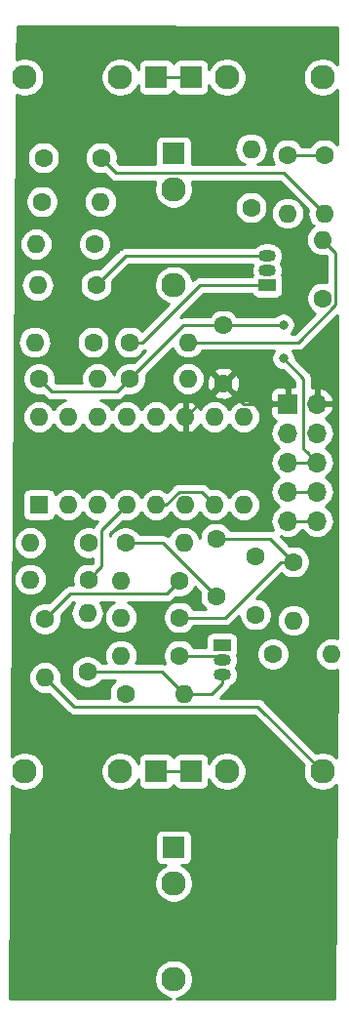
<source format=gbr>
G04 #@! TF.GenerationSoftware,KiCad,Pcbnew,(5.1.0)-1*
G04 #@! TF.CreationDate,2019-04-11T14:16:13-04:00*
G04 #@! TF.ProjectId,moog_vca,6d6f6f67-5f76-4636-912e-6b696361645f,rev?*
G04 #@! TF.SameCoordinates,Original*
G04 #@! TF.FileFunction,Copper,L2,Bot*
G04 #@! TF.FilePolarity,Positive*
%FSLAX46Y46*%
G04 Gerber Fmt 4.6, Leading zero omitted, Abs format (unit mm)*
G04 Created by KiCad (PCBNEW (5.1.0)-1) date 2019-04-11 14:16:13*
%MOMM*%
%LPD*%
G04 APERTURE LIST*
%ADD10O,1.600000X1.600000*%
%ADD11R,1.600000X1.600000*%
%ADD12C,1.600000*%
%ADD13R,1.500000X1.050000*%
%ADD14O,1.500000X1.050000*%
%ADD15O,1.700000X1.700000*%
%ADD16R,1.700000X1.700000*%
%ADD17C,2.130000*%
%ADD18R,1.930000X1.830000*%
%ADD19R,1.830000X1.930000*%
%ADD20C,0.800000*%
%ADD21C,0.250000*%
%ADD22C,0.254000*%
G04 APERTURE END LIST*
D10*
X180086000Y-80264000D03*
X197866000Y-87884000D03*
X182626000Y-80264000D03*
X195326000Y-87884000D03*
X185166000Y-80264000D03*
X192786000Y-87884000D03*
X187706000Y-80264000D03*
X190246000Y-87884000D03*
X190246000Y-80264000D03*
X187706000Y-87884000D03*
X192786000Y-80264000D03*
X185166000Y-87884000D03*
X195326000Y-80264000D03*
X182626000Y-87884000D03*
X197866000Y-80264000D03*
D11*
X180086000Y-87884000D03*
D10*
X192659000Y-104267000D03*
D12*
X187579000Y-104267000D03*
D10*
X201676000Y-62611000D03*
D12*
X201676000Y-57531000D03*
D10*
X205486000Y-100838000D03*
D12*
X200406000Y-100838000D03*
D10*
X202184000Y-97917000D03*
D12*
X202184000Y-92837000D03*
D10*
X192659000Y-91186000D03*
D12*
X187579000Y-91186000D03*
D10*
X184277000Y-97282000D03*
D12*
X184277000Y-102362000D03*
D10*
X179324000Y-94361000D03*
D12*
X184404000Y-94361000D03*
D10*
X187198000Y-100965000D03*
D12*
X192278000Y-100965000D03*
D10*
X179324000Y-91186000D03*
D12*
X184404000Y-91186000D03*
D10*
X187198000Y-94488000D03*
D12*
X192278000Y-94488000D03*
D10*
X180594000Y-102870000D03*
D12*
X180594000Y-97790000D03*
D10*
X187198000Y-97663000D03*
D12*
X192278000Y-97663000D03*
D10*
X185420000Y-61595000D03*
D12*
X180340000Y-61595000D03*
D10*
X204851000Y-62611000D03*
D12*
X204851000Y-57531000D03*
D10*
X193040000Y-76962000D03*
D12*
X187960000Y-76962000D03*
D10*
X179959000Y-68834000D03*
D12*
X185039000Y-68834000D03*
D10*
X179705000Y-73787000D03*
D12*
X184785000Y-73787000D03*
D10*
X185166000Y-76962000D03*
D12*
X180086000Y-76962000D03*
D10*
X179832000Y-65278000D03*
D12*
X184912000Y-65278000D03*
D10*
X193040000Y-73787000D03*
D12*
X187960000Y-73787000D03*
D10*
X198501000Y-57023000D03*
D12*
X198501000Y-62103000D03*
D10*
X204724000Y-64897000D03*
D12*
X204724000Y-69977000D03*
D13*
X195961000Y-100076000D03*
D14*
X195961000Y-102616000D03*
X195961000Y-101346000D03*
D13*
X199898000Y-68834000D03*
D14*
X199898000Y-66294000D03*
X199898000Y-67564000D03*
D15*
X204216000Y-89281000D03*
X201676000Y-89281000D03*
X204216000Y-86741000D03*
X201676000Y-86741000D03*
X204216000Y-84201000D03*
X201676000Y-84201000D03*
X204216000Y-81661000D03*
X201676000Y-81661000D03*
X204216000Y-79121000D03*
D16*
X201676000Y-79121000D03*
D17*
X191770000Y-129002000D03*
D18*
X191770000Y-117602000D03*
D17*
X191770000Y-120702000D03*
X191770000Y-68804000D03*
D18*
X191770000Y-57404000D03*
D17*
X191770000Y-60504000D03*
X178846000Y-50800000D03*
D19*
X190246000Y-50800000D03*
D17*
X187146000Y-50800000D03*
X204694000Y-50800000D03*
D19*
X193294000Y-50800000D03*
D17*
X196394000Y-50800000D03*
X204694000Y-110998000D03*
D19*
X193294000Y-110998000D03*
D17*
X196394000Y-110998000D03*
X178846000Y-110998000D03*
D19*
X190246000Y-110998000D03*
D17*
X187146000Y-110998000D03*
D12*
X195453000Y-95805000D03*
X195453000Y-90805000D03*
X196088000Y-72343000D03*
X196088000Y-77343000D03*
X198882000Y-92409000D03*
X198882000Y-97409000D03*
X185467000Y-57785000D03*
X180467000Y-57785000D03*
D20*
X201295000Y-75184000D03*
X201295000Y-72263000D03*
D21*
X204051001Y-61811001D02*
X204851000Y-62611000D01*
X201353999Y-59113999D02*
X204051001Y-61811001D01*
X186795999Y-59113999D02*
X201353999Y-59113999D01*
X185467000Y-57785000D02*
X186795999Y-59113999D01*
X195580000Y-100965000D02*
X195961000Y-101346000D01*
X192278000Y-100965000D02*
X195580000Y-100965000D01*
X191411000Y-110998000D02*
X193294000Y-110998000D01*
X190246000Y-110998000D02*
X191411000Y-110998000D01*
X190834000Y-91186000D02*
X195453000Y-95805000D01*
X187579000Y-91186000D02*
X190834000Y-91186000D01*
X187160001Y-77761999D02*
X187960000Y-76962000D01*
X186834999Y-78087001D02*
X187160001Y-77761999D01*
X181211001Y-78087001D02*
X186834999Y-78087001D01*
X180086000Y-76962000D02*
X181211001Y-78087001D01*
X191411000Y-50800000D02*
X193294000Y-50800000D01*
X190246000Y-50800000D02*
X191411000Y-50800000D01*
X192579000Y-72343000D02*
X196088000Y-72343000D01*
X187960000Y-76962000D02*
X192579000Y-72343000D01*
X204216000Y-84201000D02*
X201676000Y-84201000D01*
X203366001Y-83351001D02*
X204216000Y-84201000D01*
X203040999Y-83025999D02*
X203366001Y-83351001D01*
X203040999Y-76929999D02*
X203040999Y-83025999D01*
X201295000Y-75184000D02*
X203040999Y-76929999D01*
X201215000Y-72343000D02*
X201295000Y-72263000D01*
X196088000Y-72343000D02*
X201215000Y-72343000D01*
X202878081Y-86741000D02*
X204216000Y-86741000D01*
X201676000Y-86741000D02*
X202878081Y-86741000D01*
X197866000Y-79121000D02*
X196088000Y-77343000D01*
X201676000Y-79121000D02*
X197866000Y-79121000D01*
X195707000Y-77343000D02*
X196088000Y-77343000D01*
X192786000Y-80264000D02*
X195707000Y-77343000D01*
X201052630Y-92837000D02*
X202184000Y-92837000D01*
X196226630Y-97663000D02*
X201052630Y-92837000D01*
X192278000Y-97663000D02*
X196226630Y-97663000D01*
X200152000Y-90805000D02*
X202184000Y-92837000D01*
X195453000Y-90805000D02*
X200152000Y-90805000D01*
X202807370Y-57531000D02*
X204851000Y-57531000D01*
X201676000Y-57531000D02*
X202807370Y-57531000D01*
X201676000Y-89281000D02*
X204216000Y-89281000D01*
X205523999Y-65696999D02*
X204724000Y-64897000D01*
X205849001Y-66022001D02*
X205523999Y-65696999D01*
X205849001Y-70517001D02*
X205849001Y-66022001D01*
X202579002Y-73787000D02*
X205849001Y-70517001D01*
X193040000Y-73787000D02*
X202579002Y-73787000D01*
X181393999Y-103669999D02*
X180594000Y-102870000D01*
X183116001Y-105392001D02*
X181393999Y-103669999D01*
X199088001Y-105392001D02*
X183116001Y-105392001D01*
X204694000Y-110998000D02*
X199088001Y-105392001D01*
X198898000Y-68834000D02*
X199898000Y-68834000D01*
X194044370Y-68834000D02*
X198898000Y-68834000D01*
X189091370Y-73787000D02*
X194044370Y-68834000D01*
X187960000Y-73787000D02*
X189091370Y-73787000D01*
X187579000Y-66294000D02*
X199898000Y-66294000D01*
X185039000Y-68834000D02*
X187579000Y-66294000D01*
X190754000Y-102362000D02*
X192659000Y-104267000D01*
X184277000Y-102362000D02*
X190754000Y-102362000D01*
X195961000Y-103391000D02*
X195961000Y-102616000D01*
X195085000Y-104267000D02*
X195961000Y-103391000D01*
X192659000Y-104267000D02*
X195085000Y-104267000D01*
X191478001Y-95287999D02*
X192278000Y-94488000D01*
X191152999Y-95613001D02*
X191478001Y-95287999D01*
X182770999Y-95613001D02*
X191152999Y-95613001D01*
X180594000Y-97790000D02*
X182770999Y-95613001D01*
X185203999Y-93561001D02*
X184404000Y-94361000D01*
X185529001Y-93235999D02*
X185203999Y-93561001D01*
X185529001Y-90060999D02*
X185529001Y-93235999D01*
X187706000Y-87884000D02*
X185529001Y-90060999D01*
X194526001Y-87084001D02*
X195326000Y-87884000D01*
X194200999Y-86758999D02*
X194526001Y-87084001D01*
X192245999Y-86758999D02*
X194200999Y-86758999D01*
X191120998Y-87884000D02*
X192245999Y-86758999D01*
X190246000Y-87884000D02*
X191120998Y-87884000D01*
D22*
G36*
X205971000Y-46479631D02*
G01*
X205971000Y-49672836D01*
X205777687Y-49479523D01*
X205499252Y-49293479D01*
X205189872Y-49165330D01*
X204861435Y-49100000D01*
X204526565Y-49100000D01*
X204198128Y-49165330D01*
X203888748Y-49293479D01*
X203610313Y-49479523D01*
X203373523Y-49716313D01*
X203187479Y-49994748D01*
X203059330Y-50304128D01*
X202994000Y-50632565D01*
X202994000Y-50967435D01*
X203059330Y-51295872D01*
X203187479Y-51605252D01*
X203373523Y-51883687D01*
X203610313Y-52120477D01*
X203888748Y-52306521D01*
X204198128Y-52434670D01*
X204526565Y-52500000D01*
X204861435Y-52500000D01*
X205189872Y-52434670D01*
X205499252Y-52306521D01*
X205777687Y-52120477D01*
X205971000Y-51927164D01*
X205971000Y-56624268D01*
X205965637Y-56616241D01*
X205765759Y-56416363D01*
X205530727Y-56259320D01*
X205269574Y-56151147D01*
X204992335Y-56096000D01*
X204709665Y-56096000D01*
X204432426Y-56151147D01*
X204171273Y-56259320D01*
X203936241Y-56416363D01*
X203736363Y-56616241D01*
X203632957Y-56771000D01*
X202894043Y-56771000D01*
X202790637Y-56616241D01*
X202590759Y-56416363D01*
X202355727Y-56259320D01*
X202094574Y-56151147D01*
X201817335Y-56096000D01*
X201534665Y-56096000D01*
X201257426Y-56151147D01*
X200996273Y-56259320D01*
X200761241Y-56416363D01*
X200561363Y-56616241D01*
X200404320Y-56851273D01*
X200296147Y-57112426D01*
X200241000Y-57389665D01*
X200241000Y-57672335D01*
X200296147Y-57949574D01*
X200404320Y-58210727D01*
X200500051Y-58353999D01*
X199055021Y-58353999D01*
X199302101Y-58221932D01*
X199520608Y-58042608D01*
X199699932Y-57824101D01*
X199833182Y-57574808D01*
X199915236Y-57304309D01*
X199942943Y-57023000D01*
X199915236Y-56741691D01*
X199833182Y-56471192D01*
X199699932Y-56221899D01*
X199520608Y-56003392D01*
X199302101Y-55824068D01*
X199052808Y-55690818D01*
X198782309Y-55608764D01*
X198571492Y-55588000D01*
X198430508Y-55588000D01*
X198219691Y-55608764D01*
X197949192Y-55690818D01*
X197699899Y-55824068D01*
X197481392Y-56003392D01*
X197302068Y-56221899D01*
X197168818Y-56471192D01*
X197086764Y-56741691D01*
X197059057Y-57023000D01*
X197086764Y-57304309D01*
X197168818Y-57574808D01*
X197302068Y-57824101D01*
X197481392Y-58042608D01*
X197699899Y-58221932D01*
X197946979Y-58353999D01*
X193369625Y-58353999D01*
X193373072Y-58319000D01*
X193373072Y-56489000D01*
X193360812Y-56364518D01*
X193324502Y-56244820D01*
X193265537Y-56134506D01*
X193186185Y-56037815D01*
X193089494Y-55958463D01*
X192979180Y-55899498D01*
X192859482Y-55863188D01*
X192735000Y-55850928D01*
X190805000Y-55850928D01*
X190680518Y-55863188D01*
X190560820Y-55899498D01*
X190450506Y-55958463D01*
X190353815Y-56037815D01*
X190274463Y-56134506D01*
X190215498Y-56244820D01*
X190179188Y-56364518D01*
X190166928Y-56489000D01*
X190166928Y-58319000D01*
X190170375Y-58353999D01*
X187110802Y-58353999D01*
X186865688Y-58108886D01*
X186902000Y-57926335D01*
X186902000Y-57643665D01*
X186846853Y-57366426D01*
X186738680Y-57105273D01*
X186581637Y-56870241D01*
X186381759Y-56670363D01*
X186146727Y-56513320D01*
X185885574Y-56405147D01*
X185608335Y-56350000D01*
X185325665Y-56350000D01*
X185048426Y-56405147D01*
X184787273Y-56513320D01*
X184552241Y-56670363D01*
X184352363Y-56870241D01*
X184195320Y-57105273D01*
X184087147Y-57366426D01*
X184032000Y-57643665D01*
X184032000Y-57926335D01*
X184087147Y-58203574D01*
X184195320Y-58464727D01*
X184352363Y-58699759D01*
X184552241Y-58899637D01*
X184787273Y-59056680D01*
X185048426Y-59164853D01*
X185325665Y-59220000D01*
X185608335Y-59220000D01*
X185790886Y-59183688D01*
X186232204Y-59625007D01*
X186255998Y-59654000D01*
X186284991Y-59677794D01*
X186284995Y-59677798D01*
X186355684Y-59735810D01*
X186371723Y-59748973D01*
X186503752Y-59819545D01*
X186647013Y-59863002D01*
X186758666Y-59873999D01*
X186758675Y-59873999D01*
X186795998Y-59877675D01*
X186833321Y-59873999D01*
X190190888Y-59873999D01*
X190135330Y-60008128D01*
X190070000Y-60336565D01*
X190070000Y-60671435D01*
X190135330Y-60999872D01*
X190263479Y-61309252D01*
X190449523Y-61587687D01*
X190686313Y-61824477D01*
X190964748Y-62010521D01*
X191274128Y-62138670D01*
X191602565Y-62204000D01*
X191937435Y-62204000D01*
X192265872Y-62138670D01*
X192575252Y-62010521D01*
X192648370Y-61961665D01*
X197066000Y-61961665D01*
X197066000Y-62244335D01*
X197121147Y-62521574D01*
X197229320Y-62782727D01*
X197386363Y-63017759D01*
X197586241Y-63217637D01*
X197821273Y-63374680D01*
X198082426Y-63482853D01*
X198359665Y-63538000D01*
X198642335Y-63538000D01*
X198919574Y-63482853D01*
X199180727Y-63374680D01*
X199415759Y-63217637D01*
X199615637Y-63017759D01*
X199772680Y-62782727D01*
X199843811Y-62611000D01*
X200234057Y-62611000D01*
X200261764Y-62892309D01*
X200343818Y-63162808D01*
X200477068Y-63412101D01*
X200656392Y-63630608D01*
X200874899Y-63809932D01*
X201124192Y-63943182D01*
X201394691Y-64025236D01*
X201605508Y-64046000D01*
X201746492Y-64046000D01*
X201957309Y-64025236D01*
X202227808Y-63943182D01*
X202477101Y-63809932D01*
X202695608Y-63630608D01*
X202874932Y-63412101D01*
X203008182Y-63162808D01*
X203090236Y-62892309D01*
X203117943Y-62611000D01*
X203090236Y-62329691D01*
X203008182Y-62059192D01*
X202874932Y-61809899D01*
X202695608Y-61591392D01*
X202477101Y-61412068D01*
X202227808Y-61278818D01*
X201957309Y-61196764D01*
X201746492Y-61176000D01*
X201605508Y-61176000D01*
X201394691Y-61196764D01*
X201124192Y-61278818D01*
X200874899Y-61412068D01*
X200656392Y-61591392D01*
X200477068Y-61809899D01*
X200343818Y-62059192D01*
X200261764Y-62329691D01*
X200234057Y-62611000D01*
X199843811Y-62611000D01*
X199880853Y-62521574D01*
X199936000Y-62244335D01*
X199936000Y-61961665D01*
X199880853Y-61684426D01*
X199772680Y-61423273D01*
X199615637Y-61188241D01*
X199415759Y-60988363D01*
X199180727Y-60831320D01*
X198919574Y-60723147D01*
X198642335Y-60668000D01*
X198359665Y-60668000D01*
X198082426Y-60723147D01*
X197821273Y-60831320D01*
X197586241Y-60988363D01*
X197386363Y-61188241D01*
X197229320Y-61423273D01*
X197121147Y-61684426D01*
X197066000Y-61961665D01*
X192648370Y-61961665D01*
X192853687Y-61824477D01*
X193090477Y-61587687D01*
X193276521Y-61309252D01*
X193404670Y-60999872D01*
X193470000Y-60671435D01*
X193470000Y-60336565D01*
X193404670Y-60008128D01*
X193349112Y-59873999D01*
X201039198Y-59873999D01*
X203450292Y-62285094D01*
X203436764Y-62329691D01*
X203409057Y-62611000D01*
X203436764Y-62892309D01*
X203518818Y-63162808D01*
X203652068Y-63412101D01*
X203831392Y-63630608D01*
X203918246Y-63701887D01*
X203704392Y-63877392D01*
X203525068Y-64095899D01*
X203391818Y-64345192D01*
X203309764Y-64615691D01*
X203282057Y-64897000D01*
X203309764Y-65178309D01*
X203391818Y-65448808D01*
X203525068Y-65698101D01*
X203704392Y-65916608D01*
X203922899Y-66095932D01*
X204172192Y-66229182D01*
X204442691Y-66311236D01*
X204653508Y-66332000D01*
X204794492Y-66332000D01*
X205005309Y-66311236D01*
X205049907Y-66297708D01*
X205089002Y-66336803D01*
X205089001Y-68586491D01*
X204865335Y-68542000D01*
X204582665Y-68542000D01*
X204305426Y-68597147D01*
X204044273Y-68705320D01*
X203809241Y-68862363D01*
X203609363Y-69062241D01*
X203452320Y-69297273D01*
X203344147Y-69558426D01*
X203289000Y-69835665D01*
X203289000Y-70118335D01*
X203344147Y-70395574D01*
X203452320Y-70656727D01*
X203609363Y-70891759D01*
X203809241Y-71091637D01*
X204043222Y-71247978D01*
X202264201Y-73027000D01*
X201994711Y-73027000D01*
X202098937Y-72922774D01*
X202212205Y-72753256D01*
X202290226Y-72564898D01*
X202330000Y-72364939D01*
X202330000Y-72161061D01*
X202290226Y-71961102D01*
X202212205Y-71772744D01*
X202098937Y-71603226D01*
X201954774Y-71459063D01*
X201785256Y-71345795D01*
X201596898Y-71267774D01*
X201396939Y-71228000D01*
X201193061Y-71228000D01*
X200993102Y-71267774D01*
X200804744Y-71345795D01*
X200635226Y-71459063D01*
X200511289Y-71583000D01*
X197306043Y-71583000D01*
X197202637Y-71428241D01*
X197002759Y-71228363D01*
X196767727Y-71071320D01*
X196506574Y-70963147D01*
X196229335Y-70908000D01*
X195946665Y-70908000D01*
X195669426Y-70963147D01*
X195408273Y-71071320D01*
X195173241Y-71228363D01*
X194973363Y-71428241D01*
X194869957Y-71583000D01*
X192616322Y-71583000D01*
X192578999Y-71579324D01*
X192541676Y-71583000D01*
X192541667Y-71583000D01*
X192430014Y-71593997D01*
X192328329Y-71624842D01*
X194359172Y-69594000D01*
X198555713Y-69594000D01*
X198558498Y-69603180D01*
X198617463Y-69713494D01*
X198696815Y-69810185D01*
X198793506Y-69889537D01*
X198903820Y-69948502D01*
X199023518Y-69984812D01*
X199148000Y-69997072D01*
X200648000Y-69997072D01*
X200772482Y-69984812D01*
X200892180Y-69948502D01*
X201002494Y-69889537D01*
X201099185Y-69810185D01*
X201178537Y-69713494D01*
X201237502Y-69603180D01*
X201273812Y-69483482D01*
X201286072Y-69359000D01*
X201286072Y-68309000D01*
X201273812Y-68184518D01*
X201237502Y-68064820D01*
X201202907Y-68000098D01*
X201266215Y-67791400D01*
X201288612Y-67564000D01*
X201266215Y-67336600D01*
X201199885Y-67117940D01*
X201098895Y-66929000D01*
X201199885Y-66740060D01*
X201266215Y-66521400D01*
X201288612Y-66294000D01*
X201266215Y-66066600D01*
X201199885Y-65847940D01*
X201092171Y-65646421D01*
X200947212Y-65469788D01*
X200770579Y-65324829D01*
X200569060Y-65217115D01*
X200350400Y-65150785D01*
X200179979Y-65134000D01*
X199616021Y-65134000D01*
X199445600Y-65150785D01*
X199226940Y-65217115D01*
X199025421Y-65324829D01*
X198848788Y-65469788D01*
X198796091Y-65534000D01*
X187616322Y-65534000D01*
X187578999Y-65530324D01*
X187541676Y-65534000D01*
X187541667Y-65534000D01*
X187430014Y-65544997D01*
X187286753Y-65588454D01*
X187154724Y-65659026D01*
X187154722Y-65659027D01*
X187154723Y-65659027D01*
X187067996Y-65730201D01*
X187067992Y-65730205D01*
X187038999Y-65753999D01*
X187015205Y-65782992D01*
X185362886Y-67435312D01*
X185180335Y-67399000D01*
X184897665Y-67399000D01*
X184620426Y-67454147D01*
X184359273Y-67562320D01*
X184124241Y-67719363D01*
X183924363Y-67919241D01*
X183767320Y-68154273D01*
X183659147Y-68415426D01*
X183604000Y-68692665D01*
X183604000Y-68975335D01*
X183659147Y-69252574D01*
X183767320Y-69513727D01*
X183924363Y-69748759D01*
X184124241Y-69948637D01*
X184359273Y-70105680D01*
X184620426Y-70213853D01*
X184897665Y-70269000D01*
X185180335Y-70269000D01*
X185457574Y-70213853D01*
X185718727Y-70105680D01*
X185953759Y-69948637D01*
X186153637Y-69748759D01*
X186310680Y-69513727D01*
X186418853Y-69252574D01*
X186474000Y-68975335D01*
X186474000Y-68692665D01*
X186437688Y-68510114D01*
X187893803Y-67054000D01*
X198630292Y-67054000D01*
X198596115Y-67117940D01*
X198529785Y-67336600D01*
X198507388Y-67564000D01*
X198529785Y-67791400D01*
X198593093Y-68000098D01*
X198558498Y-68064820D01*
X198555713Y-68074000D01*
X194081695Y-68074000D01*
X194044370Y-68070324D01*
X194007045Y-68074000D01*
X194007037Y-68074000D01*
X193895384Y-68084997D01*
X193752123Y-68128454D01*
X193620094Y-68199026D01*
X193504369Y-68293999D01*
X193480571Y-68322997D01*
X193419730Y-68383838D01*
X193404670Y-68308128D01*
X193276521Y-67998748D01*
X193090477Y-67720313D01*
X192853687Y-67483523D01*
X192575252Y-67297479D01*
X192265872Y-67169330D01*
X191937435Y-67104000D01*
X191602565Y-67104000D01*
X191274128Y-67169330D01*
X190964748Y-67297479D01*
X190686313Y-67483523D01*
X190449523Y-67720313D01*
X190263479Y-67998748D01*
X190135330Y-68308128D01*
X190070000Y-68636565D01*
X190070000Y-68971435D01*
X190135330Y-69299872D01*
X190263479Y-69609252D01*
X190449523Y-69887687D01*
X190686313Y-70124477D01*
X190964748Y-70310521D01*
X191274128Y-70438670D01*
X191349839Y-70453730D01*
X189002982Y-72800586D01*
X188874759Y-72672363D01*
X188639727Y-72515320D01*
X188378574Y-72407147D01*
X188101335Y-72352000D01*
X187818665Y-72352000D01*
X187541426Y-72407147D01*
X187280273Y-72515320D01*
X187045241Y-72672363D01*
X186845363Y-72872241D01*
X186688320Y-73107273D01*
X186580147Y-73368426D01*
X186525000Y-73645665D01*
X186525000Y-73928335D01*
X186580147Y-74205574D01*
X186688320Y-74466727D01*
X186845363Y-74701759D01*
X187045241Y-74901637D01*
X187280273Y-75058680D01*
X187541426Y-75166853D01*
X187818665Y-75222000D01*
X188101335Y-75222000D01*
X188378574Y-75166853D01*
X188639727Y-75058680D01*
X188874759Y-74901637D01*
X189074637Y-74701759D01*
X189181519Y-74541798D01*
X189240356Y-74536003D01*
X189342040Y-74505158D01*
X188283886Y-75563312D01*
X188101335Y-75527000D01*
X187818665Y-75527000D01*
X187541426Y-75582147D01*
X187280273Y-75690320D01*
X187045241Y-75847363D01*
X186845363Y-76047241D01*
X186688320Y-76282273D01*
X186580147Y-76543426D01*
X186563692Y-76626151D01*
X186498182Y-76410192D01*
X186364932Y-76160899D01*
X186185608Y-75942392D01*
X185967101Y-75763068D01*
X185717808Y-75629818D01*
X185447309Y-75547764D01*
X185236492Y-75527000D01*
X185095508Y-75527000D01*
X184884691Y-75547764D01*
X184614192Y-75629818D01*
X184364899Y-75763068D01*
X184146392Y-75942392D01*
X183967068Y-76160899D01*
X183833818Y-76410192D01*
X183751764Y-76680691D01*
X183724057Y-76962000D01*
X183751764Y-77243309D01*
X183777151Y-77327001D01*
X181525803Y-77327001D01*
X181484688Y-77285886D01*
X181521000Y-77103335D01*
X181521000Y-76820665D01*
X181465853Y-76543426D01*
X181357680Y-76282273D01*
X181200637Y-76047241D01*
X181000759Y-75847363D01*
X180765727Y-75690320D01*
X180504574Y-75582147D01*
X180227335Y-75527000D01*
X179944665Y-75527000D01*
X179667426Y-75582147D01*
X179406273Y-75690320D01*
X179171241Y-75847363D01*
X178971363Y-76047241D01*
X178814320Y-76282273D01*
X178706147Y-76543426D01*
X178651000Y-76820665D01*
X178651000Y-77103335D01*
X178706147Y-77380574D01*
X178814320Y-77641727D01*
X178971363Y-77876759D01*
X179171241Y-78076637D01*
X179406273Y-78233680D01*
X179667426Y-78341853D01*
X179944665Y-78397000D01*
X180227335Y-78397000D01*
X180409886Y-78360688D01*
X180647202Y-78598004D01*
X180671000Y-78627002D01*
X180786725Y-78721975D01*
X180918754Y-78792547D01*
X181062015Y-78836004D01*
X181173668Y-78847001D01*
X181173676Y-78847001D01*
X181211001Y-78850677D01*
X181248326Y-78847001D01*
X182372744Y-78847001D01*
X182344691Y-78849764D01*
X182074192Y-78931818D01*
X181824899Y-79065068D01*
X181606392Y-79244392D01*
X181427068Y-79462899D01*
X181356000Y-79595858D01*
X181284932Y-79462899D01*
X181105608Y-79244392D01*
X180887101Y-79065068D01*
X180637808Y-78931818D01*
X180367309Y-78849764D01*
X180156492Y-78829000D01*
X180015508Y-78829000D01*
X179804691Y-78849764D01*
X179534192Y-78931818D01*
X179284899Y-79065068D01*
X179066392Y-79244392D01*
X178887068Y-79462899D01*
X178753818Y-79712192D01*
X178671764Y-79982691D01*
X178644057Y-80264000D01*
X178671764Y-80545309D01*
X178753818Y-80815808D01*
X178887068Y-81065101D01*
X179066392Y-81283608D01*
X179284899Y-81462932D01*
X179534192Y-81596182D01*
X179804691Y-81678236D01*
X180015508Y-81699000D01*
X180156492Y-81699000D01*
X180367309Y-81678236D01*
X180637808Y-81596182D01*
X180887101Y-81462932D01*
X181105608Y-81283608D01*
X181284932Y-81065101D01*
X181356000Y-80932142D01*
X181427068Y-81065101D01*
X181606392Y-81283608D01*
X181824899Y-81462932D01*
X182074192Y-81596182D01*
X182344691Y-81678236D01*
X182555508Y-81699000D01*
X182696492Y-81699000D01*
X182907309Y-81678236D01*
X183177808Y-81596182D01*
X183427101Y-81462932D01*
X183645608Y-81283608D01*
X183824932Y-81065101D01*
X183896000Y-80932142D01*
X183967068Y-81065101D01*
X184146392Y-81283608D01*
X184364899Y-81462932D01*
X184614192Y-81596182D01*
X184884691Y-81678236D01*
X185095508Y-81699000D01*
X185236492Y-81699000D01*
X185447309Y-81678236D01*
X185717808Y-81596182D01*
X185967101Y-81462932D01*
X186185608Y-81283608D01*
X186364932Y-81065101D01*
X186436000Y-80932142D01*
X186507068Y-81065101D01*
X186686392Y-81283608D01*
X186904899Y-81462932D01*
X187154192Y-81596182D01*
X187424691Y-81678236D01*
X187635508Y-81699000D01*
X187776492Y-81699000D01*
X187987309Y-81678236D01*
X188257808Y-81596182D01*
X188507101Y-81462932D01*
X188725608Y-81283608D01*
X188904932Y-81065101D01*
X188976000Y-80932142D01*
X189047068Y-81065101D01*
X189226392Y-81283608D01*
X189444899Y-81462932D01*
X189694192Y-81596182D01*
X189964691Y-81678236D01*
X190175508Y-81699000D01*
X190316492Y-81699000D01*
X190527309Y-81678236D01*
X190797808Y-81596182D01*
X191047101Y-81462932D01*
X191265608Y-81283608D01*
X191444932Y-81065101D01*
X191518579Y-80927318D01*
X191633615Y-81119131D01*
X191822586Y-81327519D01*
X192048580Y-81495037D01*
X192302913Y-81615246D01*
X192436961Y-81655904D01*
X192659000Y-81533915D01*
X192659000Y-80391000D01*
X192639000Y-80391000D01*
X192639000Y-80137000D01*
X192659000Y-80137000D01*
X192659000Y-78994085D01*
X192913000Y-78994085D01*
X192913000Y-80137000D01*
X192933000Y-80137000D01*
X192933000Y-80391000D01*
X192913000Y-80391000D01*
X192913000Y-81533915D01*
X193135039Y-81655904D01*
X193269087Y-81615246D01*
X193523420Y-81495037D01*
X193749414Y-81327519D01*
X193938385Y-81119131D01*
X194053421Y-80927318D01*
X194127068Y-81065101D01*
X194306392Y-81283608D01*
X194524899Y-81462932D01*
X194774192Y-81596182D01*
X195044691Y-81678236D01*
X195255508Y-81699000D01*
X195396492Y-81699000D01*
X195607309Y-81678236D01*
X195877808Y-81596182D01*
X196127101Y-81462932D01*
X196345608Y-81283608D01*
X196524932Y-81065101D01*
X196596000Y-80932142D01*
X196667068Y-81065101D01*
X196846392Y-81283608D01*
X197064899Y-81462932D01*
X197314192Y-81596182D01*
X197584691Y-81678236D01*
X197795508Y-81699000D01*
X197936492Y-81699000D01*
X198147309Y-81678236D01*
X198417808Y-81596182D01*
X198667101Y-81462932D01*
X198885608Y-81283608D01*
X199064932Y-81065101D01*
X199198182Y-80815808D01*
X199280236Y-80545309D01*
X199307943Y-80264000D01*
X199280236Y-79982691D01*
X199198182Y-79712192D01*
X199064932Y-79462899D01*
X198885608Y-79244392D01*
X198667101Y-79065068D01*
X198417808Y-78931818D01*
X198147309Y-78849764D01*
X197936492Y-78829000D01*
X197795508Y-78829000D01*
X197584691Y-78849764D01*
X197314192Y-78931818D01*
X197064899Y-79065068D01*
X196846392Y-79244392D01*
X196667068Y-79462899D01*
X196596000Y-79595858D01*
X196524932Y-79462899D01*
X196345608Y-79244392D01*
X196127101Y-79065068D01*
X195877808Y-78931818D01*
X195607309Y-78849764D01*
X195396492Y-78829000D01*
X195255508Y-78829000D01*
X195044691Y-78849764D01*
X194774192Y-78931818D01*
X194524899Y-79065068D01*
X194306392Y-79244392D01*
X194127068Y-79462899D01*
X194053421Y-79600682D01*
X193938385Y-79408869D01*
X193749414Y-79200481D01*
X193523420Y-79032963D01*
X193269087Y-78912754D01*
X193135039Y-78872096D01*
X192913000Y-78994085D01*
X192659000Y-78994085D01*
X192436961Y-78872096D01*
X192302913Y-78912754D01*
X192048580Y-79032963D01*
X191822586Y-79200481D01*
X191633615Y-79408869D01*
X191518579Y-79600682D01*
X191444932Y-79462899D01*
X191265608Y-79244392D01*
X191047101Y-79065068D01*
X190797808Y-78931818D01*
X190527309Y-78849764D01*
X190316492Y-78829000D01*
X190175508Y-78829000D01*
X189964691Y-78849764D01*
X189694192Y-78931818D01*
X189444899Y-79065068D01*
X189226392Y-79244392D01*
X189047068Y-79462899D01*
X188976000Y-79595858D01*
X188904932Y-79462899D01*
X188725608Y-79244392D01*
X188507101Y-79065068D01*
X188257808Y-78931818D01*
X187987309Y-78849764D01*
X187776492Y-78829000D01*
X187635508Y-78829000D01*
X187424691Y-78849764D01*
X187154192Y-78931818D01*
X186904899Y-79065068D01*
X186686392Y-79244392D01*
X186507068Y-79462899D01*
X186436000Y-79595858D01*
X186364932Y-79462899D01*
X186185608Y-79244392D01*
X185967101Y-79065068D01*
X185717808Y-78931818D01*
X185447309Y-78849764D01*
X185419256Y-78847001D01*
X186797677Y-78847001D01*
X186834999Y-78850677D01*
X186872321Y-78847001D01*
X186872332Y-78847001D01*
X186983985Y-78836004D01*
X187127246Y-78792547D01*
X187259275Y-78721975D01*
X187375000Y-78627002D01*
X187398803Y-78597998D01*
X187636113Y-78360688D01*
X187818665Y-78397000D01*
X188101335Y-78397000D01*
X188378574Y-78341853D01*
X188639727Y-78233680D01*
X188874759Y-78076637D01*
X189074637Y-77876759D01*
X189231680Y-77641727D01*
X189339853Y-77380574D01*
X189395000Y-77103335D01*
X189395000Y-76962000D01*
X191598057Y-76962000D01*
X191625764Y-77243309D01*
X191707818Y-77513808D01*
X191841068Y-77763101D01*
X192020392Y-77981608D01*
X192238899Y-78160932D01*
X192488192Y-78294182D01*
X192758691Y-78376236D01*
X192969508Y-78397000D01*
X193110492Y-78397000D01*
X193321309Y-78376236D01*
X193454933Y-78335702D01*
X195274903Y-78335702D01*
X195346486Y-78579671D01*
X195601996Y-78700571D01*
X195876184Y-78769300D01*
X196158512Y-78783217D01*
X196438130Y-78741787D01*
X196704292Y-78646603D01*
X196829514Y-78579671D01*
X196901097Y-78335702D01*
X196836395Y-78271000D01*
X200187928Y-78271000D01*
X200191000Y-78835250D01*
X200349750Y-78994000D01*
X201549000Y-78994000D01*
X201549000Y-77794750D01*
X201390250Y-77636000D01*
X200826000Y-77632928D01*
X200701518Y-77645188D01*
X200581820Y-77681498D01*
X200471506Y-77740463D01*
X200374815Y-77819815D01*
X200295463Y-77916506D01*
X200236498Y-78026820D01*
X200200188Y-78146518D01*
X200187928Y-78271000D01*
X196836395Y-78271000D01*
X196088000Y-77522605D01*
X195274903Y-78335702D01*
X193454933Y-78335702D01*
X193591808Y-78294182D01*
X193841101Y-78160932D01*
X194059608Y-77981608D01*
X194238932Y-77763101D01*
X194372182Y-77513808D01*
X194402606Y-77413512D01*
X194647783Y-77413512D01*
X194689213Y-77693130D01*
X194784397Y-77959292D01*
X194851329Y-78084514D01*
X195095298Y-78156097D01*
X195908395Y-77343000D01*
X196267605Y-77343000D01*
X197080702Y-78156097D01*
X197324671Y-78084514D01*
X197445571Y-77829004D01*
X197514300Y-77554816D01*
X197528217Y-77272488D01*
X197486787Y-76992870D01*
X197391603Y-76726708D01*
X197324671Y-76601486D01*
X197080702Y-76529903D01*
X196267605Y-77343000D01*
X195908395Y-77343000D01*
X195095298Y-76529903D01*
X194851329Y-76601486D01*
X194730429Y-76856996D01*
X194661700Y-77131184D01*
X194647783Y-77413512D01*
X194402606Y-77413512D01*
X194454236Y-77243309D01*
X194481943Y-76962000D01*
X194454236Y-76680691D01*
X194372182Y-76410192D01*
X194340168Y-76350298D01*
X195274903Y-76350298D01*
X196088000Y-77163395D01*
X196901097Y-76350298D01*
X196829514Y-76106329D01*
X196574004Y-75985429D01*
X196299816Y-75916700D01*
X196017488Y-75902783D01*
X195737870Y-75944213D01*
X195471708Y-76039397D01*
X195346486Y-76106329D01*
X195274903Y-76350298D01*
X194340168Y-76350298D01*
X194238932Y-76160899D01*
X194059608Y-75942392D01*
X193841101Y-75763068D01*
X193591808Y-75629818D01*
X193321309Y-75547764D01*
X193110492Y-75527000D01*
X192969508Y-75527000D01*
X192758691Y-75547764D01*
X192488192Y-75629818D01*
X192238899Y-75763068D01*
X192020392Y-75942392D01*
X191841068Y-76160899D01*
X191707818Y-76410192D01*
X191625764Y-76680691D01*
X191598057Y-76962000D01*
X189395000Y-76962000D01*
X189395000Y-76820665D01*
X189358688Y-76638114D01*
X191696222Y-74300580D01*
X191707818Y-74338808D01*
X191841068Y-74588101D01*
X192020392Y-74806608D01*
X192238899Y-74985932D01*
X192488192Y-75119182D01*
X192758691Y-75201236D01*
X192969508Y-75222000D01*
X193110492Y-75222000D01*
X193321309Y-75201236D01*
X193591808Y-75119182D01*
X193841101Y-74985932D01*
X194059608Y-74806608D01*
X194238932Y-74588101D01*
X194260901Y-74547000D01*
X200475846Y-74547000D01*
X200377795Y-74693744D01*
X200299774Y-74882102D01*
X200260000Y-75082061D01*
X200260000Y-75285939D01*
X200299774Y-75485898D01*
X200377795Y-75674256D01*
X200491063Y-75843774D01*
X200635226Y-75987937D01*
X200804744Y-76101205D01*
X200993102Y-76179226D01*
X201193061Y-76219000D01*
X201255198Y-76219000D01*
X202280999Y-77244802D01*
X202280999Y-77634262D01*
X201961750Y-77636000D01*
X201803000Y-77794750D01*
X201803000Y-78994000D01*
X201823000Y-78994000D01*
X201823000Y-79248000D01*
X201803000Y-79248000D01*
X201803000Y-79268000D01*
X201549000Y-79268000D01*
X201549000Y-79248000D01*
X200349750Y-79248000D01*
X200191000Y-79406750D01*
X200187928Y-79971000D01*
X200200188Y-80095482D01*
X200236498Y-80215180D01*
X200295463Y-80325494D01*
X200374815Y-80422185D01*
X200471506Y-80501537D01*
X200581820Y-80560502D01*
X200650687Y-80581393D01*
X200620866Y-80605866D01*
X200435294Y-80831986D01*
X200297401Y-81089966D01*
X200212487Y-81369889D01*
X200183815Y-81661000D01*
X200212487Y-81952111D01*
X200297401Y-82232034D01*
X200435294Y-82490014D01*
X200620866Y-82716134D01*
X200846986Y-82901706D01*
X200901791Y-82931000D01*
X200846986Y-82960294D01*
X200620866Y-83145866D01*
X200435294Y-83371986D01*
X200297401Y-83629966D01*
X200212487Y-83909889D01*
X200183815Y-84201000D01*
X200212487Y-84492111D01*
X200297401Y-84772034D01*
X200435294Y-85030014D01*
X200620866Y-85256134D01*
X200846986Y-85441706D01*
X200901791Y-85471000D01*
X200846986Y-85500294D01*
X200620866Y-85685866D01*
X200435294Y-85911986D01*
X200297401Y-86169966D01*
X200212487Y-86449889D01*
X200183815Y-86741000D01*
X200212487Y-87032111D01*
X200297401Y-87312034D01*
X200435294Y-87570014D01*
X200620866Y-87796134D01*
X200846986Y-87981706D01*
X200901791Y-88011000D01*
X200846986Y-88040294D01*
X200620866Y-88225866D01*
X200435294Y-88451986D01*
X200297401Y-88709966D01*
X200212487Y-88989889D01*
X200183815Y-89281000D01*
X200212487Y-89572111D01*
X200297401Y-89852034D01*
X200426825Y-90094169D01*
X200300986Y-90055997D01*
X200189333Y-90045000D01*
X200189322Y-90045000D01*
X200152000Y-90041324D01*
X200114678Y-90045000D01*
X196671043Y-90045000D01*
X196567637Y-89890241D01*
X196367759Y-89690363D01*
X196132727Y-89533320D01*
X195871574Y-89425147D01*
X195594335Y-89370000D01*
X195311665Y-89370000D01*
X195034426Y-89425147D01*
X194773273Y-89533320D01*
X194538241Y-89690363D01*
X194338363Y-89890241D01*
X194181320Y-90125273D01*
X194073147Y-90386426D01*
X194018000Y-90663665D01*
X194018000Y-90722600D01*
X193991182Y-90634192D01*
X193857932Y-90384899D01*
X193678608Y-90166392D01*
X193460101Y-89987068D01*
X193210808Y-89853818D01*
X192940309Y-89771764D01*
X192729492Y-89751000D01*
X192588508Y-89751000D01*
X192377691Y-89771764D01*
X192107192Y-89853818D01*
X191857899Y-89987068D01*
X191639392Y-90166392D01*
X191460068Y-90384899D01*
X191336818Y-90615484D01*
X191258276Y-90551026D01*
X191126247Y-90480454D01*
X190982986Y-90436997D01*
X190871333Y-90426000D01*
X190871322Y-90426000D01*
X190834000Y-90422324D01*
X190796678Y-90426000D01*
X188797043Y-90426000D01*
X188693637Y-90271241D01*
X188493759Y-90071363D01*
X188258727Y-89914320D01*
X187997574Y-89806147D01*
X187720335Y-89751000D01*
X187437665Y-89751000D01*
X187160426Y-89806147D01*
X186899273Y-89914320D01*
X186664241Y-90071363D01*
X186464363Y-90271241D01*
X186307320Y-90506273D01*
X186289001Y-90550499D01*
X186289001Y-90375800D01*
X187380094Y-89284708D01*
X187424691Y-89298236D01*
X187635508Y-89319000D01*
X187776492Y-89319000D01*
X187987309Y-89298236D01*
X188257808Y-89216182D01*
X188507101Y-89082932D01*
X188725608Y-88903608D01*
X188904932Y-88685101D01*
X188976000Y-88552142D01*
X189047068Y-88685101D01*
X189226392Y-88903608D01*
X189444899Y-89082932D01*
X189694192Y-89216182D01*
X189964691Y-89298236D01*
X190175508Y-89319000D01*
X190316492Y-89319000D01*
X190527309Y-89298236D01*
X190797808Y-89216182D01*
X191047101Y-89082932D01*
X191265608Y-88903608D01*
X191444932Y-88685101D01*
X191516000Y-88552142D01*
X191587068Y-88685101D01*
X191766392Y-88903608D01*
X191984899Y-89082932D01*
X192234192Y-89216182D01*
X192504691Y-89298236D01*
X192715508Y-89319000D01*
X192856492Y-89319000D01*
X193067309Y-89298236D01*
X193337808Y-89216182D01*
X193587101Y-89082932D01*
X193805608Y-88903608D01*
X193984932Y-88685101D01*
X194056000Y-88552142D01*
X194127068Y-88685101D01*
X194306392Y-88903608D01*
X194524899Y-89082932D01*
X194774192Y-89216182D01*
X195044691Y-89298236D01*
X195255508Y-89319000D01*
X195396492Y-89319000D01*
X195607309Y-89298236D01*
X195877808Y-89216182D01*
X196127101Y-89082932D01*
X196345608Y-88903608D01*
X196524932Y-88685101D01*
X196596000Y-88552142D01*
X196667068Y-88685101D01*
X196846392Y-88903608D01*
X197064899Y-89082932D01*
X197314192Y-89216182D01*
X197584691Y-89298236D01*
X197795508Y-89319000D01*
X197936492Y-89319000D01*
X198147309Y-89298236D01*
X198417808Y-89216182D01*
X198667101Y-89082932D01*
X198885608Y-88903608D01*
X199064932Y-88685101D01*
X199198182Y-88435808D01*
X199280236Y-88165309D01*
X199307943Y-87884000D01*
X199280236Y-87602691D01*
X199198182Y-87332192D01*
X199064932Y-87082899D01*
X198885608Y-86864392D01*
X198667101Y-86685068D01*
X198417808Y-86551818D01*
X198147309Y-86469764D01*
X197936492Y-86449000D01*
X197795508Y-86449000D01*
X197584691Y-86469764D01*
X197314192Y-86551818D01*
X197064899Y-86685068D01*
X196846392Y-86864392D01*
X196667068Y-87082899D01*
X196596000Y-87215858D01*
X196524932Y-87082899D01*
X196345608Y-86864392D01*
X196127101Y-86685068D01*
X195877808Y-86551818D01*
X195607309Y-86469764D01*
X195396492Y-86449000D01*
X195255508Y-86449000D01*
X195044691Y-86469764D01*
X195000093Y-86483292D01*
X194764803Y-86248002D01*
X194741000Y-86218998D01*
X194625275Y-86124025D01*
X194493246Y-86053453D01*
X194349985Y-86009996D01*
X194238332Y-85998999D01*
X194238321Y-85998999D01*
X194200999Y-85995323D01*
X194163677Y-85998999D01*
X192283324Y-85998999D01*
X192245999Y-85995323D01*
X192208674Y-85998999D01*
X192208666Y-85998999D01*
X192097013Y-86009996D01*
X191953752Y-86053453D01*
X191821723Y-86124025D01*
X191705998Y-86218998D01*
X191682200Y-86247996D01*
X191155867Y-86774330D01*
X191047101Y-86685068D01*
X190797808Y-86551818D01*
X190527309Y-86469764D01*
X190316492Y-86449000D01*
X190175508Y-86449000D01*
X189964691Y-86469764D01*
X189694192Y-86551818D01*
X189444899Y-86685068D01*
X189226392Y-86864392D01*
X189047068Y-87082899D01*
X188976000Y-87215858D01*
X188904932Y-87082899D01*
X188725608Y-86864392D01*
X188507101Y-86685068D01*
X188257808Y-86551818D01*
X187987309Y-86469764D01*
X187776492Y-86449000D01*
X187635508Y-86449000D01*
X187424691Y-86469764D01*
X187154192Y-86551818D01*
X186904899Y-86685068D01*
X186686392Y-86864392D01*
X186507068Y-87082899D01*
X186436000Y-87215858D01*
X186364932Y-87082899D01*
X186185608Y-86864392D01*
X185967101Y-86685068D01*
X185717808Y-86551818D01*
X185447309Y-86469764D01*
X185236492Y-86449000D01*
X185095508Y-86449000D01*
X184884691Y-86469764D01*
X184614192Y-86551818D01*
X184364899Y-86685068D01*
X184146392Y-86864392D01*
X183967068Y-87082899D01*
X183896000Y-87215858D01*
X183824932Y-87082899D01*
X183645608Y-86864392D01*
X183427101Y-86685068D01*
X183177808Y-86551818D01*
X182907309Y-86469764D01*
X182696492Y-86449000D01*
X182555508Y-86449000D01*
X182344691Y-86469764D01*
X182074192Y-86551818D01*
X181824899Y-86685068D01*
X181606392Y-86864392D01*
X181513581Y-86977482D01*
X181511812Y-86959518D01*
X181475502Y-86839820D01*
X181416537Y-86729506D01*
X181337185Y-86632815D01*
X181240494Y-86553463D01*
X181130180Y-86494498D01*
X181010482Y-86458188D01*
X180886000Y-86445928D01*
X179286000Y-86445928D01*
X179161518Y-86458188D01*
X179041820Y-86494498D01*
X178931506Y-86553463D01*
X178834815Y-86632815D01*
X178755463Y-86729506D01*
X178696498Y-86839820D01*
X178660188Y-86959518D01*
X178647928Y-87084000D01*
X178647928Y-88684000D01*
X178660188Y-88808482D01*
X178696498Y-88928180D01*
X178755463Y-89038494D01*
X178834815Y-89135185D01*
X178931506Y-89214537D01*
X179041820Y-89273502D01*
X179161518Y-89309812D01*
X179286000Y-89322072D01*
X180886000Y-89322072D01*
X181010482Y-89309812D01*
X181130180Y-89273502D01*
X181240494Y-89214537D01*
X181337185Y-89135185D01*
X181416537Y-89038494D01*
X181475502Y-88928180D01*
X181511812Y-88808482D01*
X181513581Y-88790518D01*
X181606392Y-88903608D01*
X181824899Y-89082932D01*
X182074192Y-89216182D01*
X182344691Y-89298236D01*
X182555508Y-89319000D01*
X182696492Y-89319000D01*
X182907309Y-89298236D01*
X183177808Y-89216182D01*
X183427101Y-89082932D01*
X183645608Y-88903608D01*
X183824932Y-88685101D01*
X183896000Y-88552142D01*
X183967068Y-88685101D01*
X184146392Y-88903608D01*
X184364899Y-89082932D01*
X184614192Y-89216182D01*
X184884691Y-89298236D01*
X185095508Y-89319000D01*
X185196199Y-89319000D01*
X185018004Y-89497195D01*
X184989000Y-89520998D01*
X184947053Y-89572111D01*
X184894027Y-89636723D01*
X184832944Y-89751000D01*
X184823455Y-89768753D01*
X184812707Y-89804184D01*
X184545335Y-89751000D01*
X184262665Y-89751000D01*
X183985426Y-89806147D01*
X183724273Y-89914320D01*
X183489241Y-90071363D01*
X183289363Y-90271241D01*
X183132320Y-90506273D01*
X183024147Y-90767426D01*
X182969000Y-91044665D01*
X182969000Y-91327335D01*
X183024147Y-91604574D01*
X183132320Y-91865727D01*
X183289363Y-92100759D01*
X183489241Y-92300637D01*
X183724273Y-92457680D01*
X183985426Y-92565853D01*
X184262665Y-92621000D01*
X184545335Y-92621000D01*
X184769002Y-92576509D01*
X184769002Y-92921197D01*
X184727887Y-92962312D01*
X184545335Y-92926000D01*
X184262665Y-92926000D01*
X183985426Y-92981147D01*
X183724273Y-93089320D01*
X183489241Y-93246363D01*
X183289363Y-93446241D01*
X183132320Y-93681273D01*
X183024147Y-93942426D01*
X182969000Y-94219665D01*
X182969000Y-94502335D01*
X183024147Y-94779574D01*
X183054561Y-94853001D01*
X182808332Y-94853001D01*
X182770999Y-94849324D01*
X182733666Y-94853001D01*
X182622013Y-94863998D01*
X182478752Y-94907455D01*
X182346723Y-94978027D01*
X182230998Y-95073000D01*
X182207200Y-95101998D01*
X180917886Y-96391312D01*
X180735335Y-96355000D01*
X180452665Y-96355000D01*
X180175426Y-96410147D01*
X179914273Y-96518320D01*
X179679241Y-96675363D01*
X179479363Y-96875241D01*
X179322320Y-97110273D01*
X179214147Y-97371426D01*
X179159000Y-97648665D01*
X179159000Y-97931335D01*
X179214147Y-98208574D01*
X179322320Y-98469727D01*
X179479363Y-98704759D01*
X179679241Y-98904637D01*
X179914273Y-99061680D01*
X180175426Y-99169853D01*
X180452665Y-99225000D01*
X180735335Y-99225000D01*
X181012574Y-99169853D01*
X181273727Y-99061680D01*
X181508759Y-98904637D01*
X181708637Y-98704759D01*
X181865680Y-98469727D01*
X181973853Y-98208574D01*
X182029000Y-97931335D01*
X182029000Y-97648665D01*
X181992688Y-97466114D01*
X183085801Y-96373001D01*
X183166618Y-96373001D01*
X183078068Y-96480899D01*
X182944818Y-96730192D01*
X182862764Y-97000691D01*
X182835057Y-97282000D01*
X182862764Y-97563309D01*
X182944818Y-97833808D01*
X183078068Y-98083101D01*
X183257392Y-98301608D01*
X183475899Y-98480932D01*
X183725192Y-98614182D01*
X183995691Y-98696236D01*
X184206508Y-98717000D01*
X184347492Y-98717000D01*
X184558309Y-98696236D01*
X184828808Y-98614182D01*
X185078101Y-98480932D01*
X185296608Y-98301608D01*
X185475932Y-98083101D01*
X185609182Y-97833808D01*
X185691236Y-97563309D01*
X185718943Y-97282000D01*
X185691236Y-97000691D01*
X185609182Y-96730192D01*
X185475932Y-96480899D01*
X185387382Y-96373001D01*
X186567273Y-96373001D01*
X186396899Y-96464068D01*
X186178392Y-96643392D01*
X185999068Y-96861899D01*
X185865818Y-97111192D01*
X185783764Y-97381691D01*
X185756057Y-97663000D01*
X185783764Y-97944309D01*
X185865818Y-98214808D01*
X185999068Y-98464101D01*
X186178392Y-98682608D01*
X186396899Y-98861932D01*
X186646192Y-98995182D01*
X186916691Y-99077236D01*
X187127508Y-99098000D01*
X187268492Y-99098000D01*
X187479309Y-99077236D01*
X187749808Y-98995182D01*
X187999101Y-98861932D01*
X188217608Y-98682608D01*
X188396932Y-98464101D01*
X188530182Y-98214808D01*
X188612236Y-97944309D01*
X188639943Y-97663000D01*
X188612236Y-97381691D01*
X188530182Y-97111192D01*
X188396932Y-96861899D01*
X188217608Y-96643392D01*
X187999101Y-96464068D01*
X187828727Y-96373001D01*
X191115677Y-96373001D01*
X191152999Y-96376677D01*
X191190321Y-96373001D01*
X191190332Y-96373001D01*
X191301985Y-96362004D01*
X191445246Y-96318547D01*
X191577275Y-96247975D01*
X191693000Y-96153002D01*
X191716803Y-96123998D01*
X191954113Y-95886688D01*
X192136665Y-95923000D01*
X192419335Y-95923000D01*
X192696574Y-95867853D01*
X192957727Y-95759680D01*
X193192759Y-95602637D01*
X193392637Y-95402759D01*
X193549680Y-95167727D01*
X193605694Y-95032497D01*
X194054312Y-95481115D01*
X194018000Y-95663665D01*
X194018000Y-95946335D01*
X194073147Y-96223574D01*
X194181320Y-96484727D01*
X194338363Y-96719759D01*
X194521604Y-96903000D01*
X193496043Y-96903000D01*
X193392637Y-96748241D01*
X193192759Y-96548363D01*
X192957727Y-96391320D01*
X192696574Y-96283147D01*
X192419335Y-96228000D01*
X192136665Y-96228000D01*
X191859426Y-96283147D01*
X191598273Y-96391320D01*
X191363241Y-96548363D01*
X191163363Y-96748241D01*
X191006320Y-96983273D01*
X190898147Y-97244426D01*
X190843000Y-97521665D01*
X190843000Y-97804335D01*
X190898147Y-98081574D01*
X191006320Y-98342727D01*
X191163363Y-98577759D01*
X191363241Y-98777637D01*
X191598273Y-98934680D01*
X191859426Y-99042853D01*
X192136665Y-99098000D01*
X192419335Y-99098000D01*
X192696574Y-99042853D01*
X192957727Y-98934680D01*
X193192759Y-98777637D01*
X193392637Y-98577759D01*
X193496043Y-98423000D01*
X196189308Y-98423000D01*
X196226630Y-98426676D01*
X196263952Y-98423000D01*
X196263963Y-98423000D01*
X196375616Y-98412003D01*
X196518877Y-98368546D01*
X196650906Y-98297974D01*
X196766631Y-98203001D01*
X196790434Y-98173997D01*
X197447000Y-97517431D01*
X197447000Y-97550335D01*
X197502147Y-97827574D01*
X197610320Y-98088727D01*
X197767363Y-98323759D01*
X197967241Y-98523637D01*
X198202273Y-98680680D01*
X198463426Y-98788853D01*
X198740665Y-98844000D01*
X199023335Y-98844000D01*
X199300574Y-98788853D01*
X199561727Y-98680680D01*
X199796759Y-98523637D01*
X199996637Y-98323759D01*
X200153680Y-98088727D01*
X200224811Y-97917000D01*
X200742057Y-97917000D01*
X200769764Y-98198309D01*
X200851818Y-98468808D01*
X200985068Y-98718101D01*
X201164392Y-98936608D01*
X201382899Y-99115932D01*
X201632192Y-99249182D01*
X201902691Y-99331236D01*
X202113508Y-99352000D01*
X202254492Y-99352000D01*
X202465309Y-99331236D01*
X202735808Y-99249182D01*
X202985101Y-99115932D01*
X203203608Y-98936608D01*
X203382932Y-98718101D01*
X203516182Y-98468808D01*
X203598236Y-98198309D01*
X203625943Y-97917000D01*
X203598236Y-97635691D01*
X203516182Y-97365192D01*
X203382932Y-97115899D01*
X203203608Y-96897392D01*
X202985101Y-96718068D01*
X202735808Y-96584818D01*
X202465309Y-96502764D01*
X202254492Y-96482000D01*
X202113508Y-96482000D01*
X201902691Y-96502764D01*
X201632192Y-96584818D01*
X201382899Y-96718068D01*
X201164392Y-96897392D01*
X200985068Y-97115899D01*
X200851818Y-97365192D01*
X200769764Y-97635691D01*
X200742057Y-97917000D01*
X200224811Y-97917000D01*
X200261853Y-97827574D01*
X200317000Y-97550335D01*
X200317000Y-97267665D01*
X200261853Y-96990426D01*
X200153680Y-96729273D01*
X199996637Y-96494241D01*
X199796759Y-96294363D01*
X199561727Y-96137320D01*
X199300574Y-96029147D01*
X199023335Y-95974000D01*
X198990431Y-95974000D01*
X201141018Y-93823414D01*
X201269241Y-93951637D01*
X201504273Y-94108680D01*
X201765426Y-94216853D01*
X202042665Y-94272000D01*
X202325335Y-94272000D01*
X202602574Y-94216853D01*
X202863727Y-94108680D01*
X203098759Y-93951637D01*
X203298637Y-93751759D01*
X203455680Y-93516727D01*
X203563853Y-93255574D01*
X203619000Y-92978335D01*
X203619000Y-92695665D01*
X203563853Y-92418426D01*
X203455680Y-92157273D01*
X203298637Y-91922241D01*
X203098759Y-91722363D01*
X202863727Y-91565320D01*
X202602574Y-91457147D01*
X202325335Y-91402000D01*
X202042665Y-91402000D01*
X201860114Y-91438312D01*
X201054340Y-90632539D01*
X201104966Y-90659599D01*
X201384889Y-90744513D01*
X201603050Y-90766000D01*
X201748950Y-90766000D01*
X201967111Y-90744513D01*
X202247034Y-90659599D01*
X202505014Y-90521706D01*
X202731134Y-90336134D01*
X202916706Y-90110014D01*
X202946000Y-90055209D01*
X202975294Y-90110014D01*
X203160866Y-90336134D01*
X203386986Y-90521706D01*
X203644966Y-90659599D01*
X203924889Y-90744513D01*
X204143050Y-90766000D01*
X204288950Y-90766000D01*
X204507111Y-90744513D01*
X204787034Y-90659599D01*
X205045014Y-90521706D01*
X205271134Y-90336134D01*
X205456706Y-90110014D01*
X205594599Y-89852034D01*
X205679513Y-89572111D01*
X205708185Y-89281000D01*
X205679513Y-88989889D01*
X205594599Y-88709966D01*
X205456706Y-88451986D01*
X205271134Y-88225866D01*
X205045014Y-88040294D01*
X204990209Y-88011000D01*
X205045014Y-87981706D01*
X205271134Y-87796134D01*
X205456706Y-87570014D01*
X205594599Y-87312034D01*
X205679513Y-87032111D01*
X205708185Y-86741000D01*
X205679513Y-86449889D01*
X205594599Y-86169966D01*
X205456706Y-85911986D01*
X205271134Y-85685866D01*
X205045014Y-85500294D01*
X204990209Y-85471000D01*
X205045014Y-85441706D01*
X205271134Y-85256134D01*
X205456706Y-85030014D01*
X205594599Y-84772034D01*
X205679513Y-84492111D01*
X205708185Y-84201000D01*
X205679513Y-83909889D01*
X205594599Y-83629966D01*
X205456706Y-83371986D01*
X205271134Y-83145866D01*
X205045014Y-82960294D01*
X204990209Y-82931000D01*
X205045014Y-82901706D01*
X205271134Y-82716134D01*
X205456706Y-82490014D01*
X205594599Y-82232034D01*
X205679513Y-81952111D01*
X205708185Y-81661000D01*
X205679513Y-81369889D01*
X205594599Y-81089966D01*
X205456706Y-80831986D01*
X205271134Y-80605866D01*
X205045014Y-80420294D01*
X204980477Y-80385799D01*
X205097355Y-80316178D01*
X205313588Y-80121269D01*
X205487641Y-79887920D01*
X205612825Y-79625099D01*
X205657476Y-79477890D01*
X205536155Y-79248000D01*
X204343000Y-79248000D01*
X204343000Y-79268000D01*
X204089000Y-79268000D01*
X204089000Y-79248000D01*
X204069000Y-79248000D01*
X204069000Y-78994000D01*
X204089000Y-78994000D01*
X204089000Y-77800186D01*
X204343000Y-77800186D01*
X204343000Y-78994000D01*
X205536155Y-78994000D01*
X205657476Y-78764110D01*
X205612825Y-78616901D01*
X205487641Y-78354080D01*
X205313588Y-78120731D01*
X205097355Y-77925822D01*
X204847252Y-77776843D01*
X204572891Y-77679519D01*
X204343000Y-77800186D01*
X204089000Y-77800186D01*
X203859109Y-77679519D01*
X203800999Y-77700132D01*
X203800999Y-76967321D01*
X203804675Y-76929998D01*
X203800999Y-76892675D01*
X203800999Y-76892666D01*
X203790002Y-76781013D01*
X203746545Y-76637752D01*
X203675973Y-76505723D01*
X203662810Y-76489684D01*
X203604798Y-76418995D01*
X203604794Y-76418991D01*
X203581000Y-76389998D01*
X203552008Y-76366205D01*
X202330000Y-75144198D01*
X202330000Y-75082061D01*
X202290226Y-74882102D01*
X202212205Y-74693744D01*
X202114154Y-74547000D01*
X202541680Y-74547000D01*
X202579002Y-74550676D01*
X202616324Y-74547000D01*
X202616335Y-74547000D01*
X202727988Y-74536003D01*
X202871249Y-74492546D01*
X203003278Y-74421974D01*
X203119003Y-74327001D01*
X203142806Y-74297997D01*
X205971000Y-71469804D01*
X205971001Y-99485552D01*
X205767309Y-99423764D01*
X205556492Y-99403000D01*
X205415508Y-99403000D01*
X205204691Y-99423764D01*
X204934192Y-99505818D01*
X204684899Y-99639068D01*
X204466392Y-99818392D01*
X204287068Y-100036899D01*
X204153818Y-100286192D01*
X204071764Y-100556691D01*
X204044057Y-100838000D01*
X204071764Y-101119309D01*
X204153818Y-101389808D01*
X204287068Y-101639101D01*
X204466392Y-101857608D01*
X204684899Y-102036932D01*
X204934192Y-102170182D01*
X205204691Y-102252236D01*
X205415508Y-102273000D01*
X205556492Y-102273000D01*
X205767309Y-102252236D01*
X205955145Y-102195258D01*
X205897983Y-109797819D01*
X205777687Y-109677523D01*
X205499252Y-109491479D01*
X205189872Y-109363330D01*
X204861435Y-109298000D01*
X204526565Y-109298000D01*
X204198128Y-109363330D01*
X204152876Y-109382074D01*
X199651805Y-104881004D01*
X199628002Y-104852000D01*
X199512277Y-104757027D01*
X199380248Y-104686455D01*
X199236987Y-104642998D01*
X199125334Y-104632001D01*
X199125323Y-104632001D01*
X199088001Y-104628325D01*
X199050679Y-104632001D01*
X195794800Y-104632001D01*
X196472004Y-103954798D01*
X196501001Y-103931001D01*
X196568769Y-103848426D01*
X196595974Y-103815277D01*
X196666546Y-103683247D01*
X196669730Y-103672750D01*
X196833579Y-103585171D01*
X197010212Y-103440212D01*
X197155171Y-103263579D01*
X197262885Y-103062060D01*
X197329215Y-102843400D01*
X197351612Y-102616000D01*
X197329215Y-102388600D01*
X197262885Y-102169940D01*
X197161895Y-101981000D01*
X197262885Y-101792060D01*
X197329215Y-101573400D01*
X197351612Y-101346000D01*
X197329215Y-101118600D01*
X197265907Y-100909902D01*
X197300502Y-100845180D01*
X197336812Y-100725482D01*
X197339650Y-100696665D01*
X198971000Y-100696665D01*
X198971000Y-100979335D01*
X199026147Y-101256574D01*
X199134320Y-101517727D01*
X199291363Y-101752759D01*
X199491241Y-101952637D01*
X199726273Y-102109680D01*
X199987426Y-102217853D01*
X200264665Y-102273000D01*
X200547335Y-102273000D01*
X200824574Y-102217853D01*
X201085727Y-102109680D01*
X201320759Y-101952637D01*
X201520637Y-101752759D01*
X201677680Y-101517727D01*
X201785853Y-101256574D01*
X201841000Y-100979335D01*
X201841000Y-100696665D01*
X201785853Y-100419426D01*
X201677680Y-100158273D01*
X201520637Y-99923241D01*
X201320759Y-99723363D01*
X201085727Y-99566320D01*
X200824574Y-99458147D01*
X200547335Y-99403000D01*
X200264665Y-99403000D01*
X199987426Y-99458147D01*
X199726273Y-99566320D01*
X199491241Y-99723363D01*
X199291363Y-99923241D01*
X199134320Y-100158273D01*
X199026147Y-100419426D01*
X198971000Y-100696665D01*
X197339650Y-100696665D01*
X197349072Y-100601000D01*
X197349072Y-99551000D01*
X197336812Y-99426518D01*
X197300502Y-99306820D01*
X197241537Y-99196506D01*
X197162185Y-99099815D01*
X197065494Y-99020463D01*
X196955180Y-98961498D01*
X196835482Y-98925188D01*
X196711000Y-98912928D01*
X195211000Y-98912928D01*
X195086518Y-98925188D01*
X194966820Y-98961498D01*
X194856506Y-99020463D01*
X194759815Y-99099815D01*
X194680463Y-99196506D01*
X194621498Y-99306820D01*
X194585188Y-99426518D01*
X194572928Y-99551000D01*
X194572928Y-100205000D01*
X193496043Y-100205000D01*
X193392637Y-100050241D01*
X193192759Y-99850363D01*
X192957727Y-99693320D01*
X192696574Y-99585147D01*
X192419335Y-99530000D01*
X192136665Y-99530000D01*
X191859426Y-99585147D01*
X191598273Y-99693320D01*
X191363241Y-99850363D01*
X191163363Y-100050241D01*
X191006320Y-100285273D01*
X190898147Y-100546426D01*
X190843000Y-100823665D01*
X190843000Y-101106335D01*
X190898147Y-101383574D01*
X191006138Y-101644287D01*
X190902986Y-101612997D01*
X190791333Y-101602000D01*
X190791322Y-101602000D01*
X190754000Y-101598324D01*
X190716678Y-101602000D01*
X188484646Y-101602000D01*
X188530182Y-101516808D01*
X188612236Y-101246309D01*
X188639943Y-100965000D01*
X188612236Y-100683691D01*
X188530182Y-100413192D01*
X188396932Y-100163899D01*
X188217608Y-99945392D01*
X187999101Y-99766068D01*
X187749808Y-99632818D01*
X187479309Y-99550764D01*
X187268492Y-99530000D01*
X187127508Y-99530000D01*
X186916691Y-99550764D01*
X186646192Y-99632818D01*
X186396899Y-99766068D01*
X186178392Y-99945392D01*
X185999068Y-100163899D01*
X185865818Y-100413192D01*
X185783764Y-100683691D01*
X185756057Y-100965000D01*
X185783764Y-101246309D01*
X185865818Y-101516808D01*
X185911354Y-101602000D01*
X185495043Y-101602000D01*
X185391637Y-101447241D01*
X185191759Y-101247363D01*
X184956727Y-101090320D01*
X184695574Y-100982147D01*
X184418335Y-100927000D01*
X184135665Y-100927000D01*
X183858426Y-100982147D01*
X183597273Y-101090320D01*
X183362241Y-101247363D01*
X183162363Y-101447241D01*
X183005320Y-101682273D01*
X182897147Y-101943426D01*
X182842000Y-102220665D01*
X182842000Y-102503335D01*
X182897147Y-102780574D01*
X183005320Y-103041727D01*
X183162363Y-103276759D01*
X183362241Y-103476637D01*
X183597273Y-103633680D01*
X183858426Y-103741853D01*
X184135665Y-103797000D01*
X184418335Y-103797000D01*
X184695574Y-103741853D01*
X184956727Y-103633680D01*
X185191759Y-103476637D01*
X185391637Y-103276759D01*
X185495043Y-103122000D01*
X186709683Y-103122000D01*
X186664241Y-103152363D01*
X186464363Y-103352241D01*
X186307320Y-103587273D01*
X186199147Y-103848426D01*
X186144000Y-104125665D01*
X186144000Y-104408335D01*
X186188491Y-104632001D01*
X183430803Y-104632001D01*
X181994708Y-103195907D01*
X182008236Y-103151309D01*
X182035943Y-102870000D01*
X182008236Y-102588691D01*
X181926182Y-102318192D01*
X181792932Y-102068899D01*
X181613608Y-101850392D01*
X181395101Y-101671068D01*
X181145808Y-101537818D01*
X180875309Y-101455764D01*
X180664492Y-101435000D01*
X180523508Y-101435000D01*
X180312691Y-101455764D01*
X180042192Y-101537818D01*
X179792899Y-101671068D01*
X179574392Y-101850392D01*
X179395068Y-102068899D01*
X179261818Y-102318192D01*
X179179764Y-102588691D01*
X179152057Y-102870000D01*
X179179764Y-103151309D01*
X179261818Y-103421808D01*
X179395068Y-103671101D01*
X179574392Y-103889608D01*
X179792899Y-104068932D01*
X180042192Y-104202182D01*
X180312691Y-104284236D01*
X180523508Y-104305000D01*
X180664492Y-104305000D01*
X180875309Y-104284236D01*
X180919907Y-104270708D01*
X182552201Y-105903003D01*
X182576000Y-105932002D01*
X182604998Y-105955800D01*
X182691725Y-106026975D01*
X182823754Y-106097547D01*
X182967015Y-106141004D01*
X183116001Y-106155678D01*
X183153334Y-106152001D01*
X198773200Y-106152001D01*
X203078074Y-110456876D01*
X203059330Y-110502128D01*
X202994000Y-110830565D01*
X202994000Y-111165435D01*
X203059330Y-111493872D01*
X203187479Y-111803252D01*
X203373523Y-112081687D01*
X203610313Y-112318477D01*
X203888748Y-112504521D01*
X204198128Y-112632670D01*
X204526565Y-112698000D01*
X204861435Y-112698000D01*
X205189872Y-112632670D01*
X205499252Y-112504521D01*
X205777687Y-112318477D01*
X205879799Y-112216365D01*
X205740952Y-130683000D01*
X192032955Y-130683000D01*
X192265872Y-130636670D01*
X192575252Y-130508521D01*
X192853687Y-130322477D01*
X193090477Y-130085687D01*
X193276521Y-129807252D01*
X193404670Y-129497872D01*
X193470000Y-129169435D01*
X193470000Y-128834565D01*
X193404670Y-128506128D01*
X193276521Y-128196748D01*
X193090477Y-127918313D01*
X192853687Y-127681523D01*
X192575252Y-127495479D01*
X192265872Y-127367330D01*
X191937435Y-127302000D01*
X191602565Y-127302000D01*
X191274128Y-127367330D01*
X190964748Y-127495479D01*
X190686313Y-127681523D01*
X190449523Y-127918313D01*
X190263479Y-128196748D01*
X190135330Y-128506128D01*
X190070000Y-128834565D01*
X190070000Y-129169435D01*
X190135330Y-129497872D01*
X190263479Y-129807252D01*
X190449523Y-130085687D01*
X190686313Y-130322477D01*
X190964748Y-130508521D01*
X191274128Y-130636670D01*
X191507045Y-130683000D01*
X177546957Y-130683000D01*
X177623146Y-120534565D01*
X190070000Y-120534565D01*
X190070000Y-120869435D01*
X190135330Y-121197872D01*
X190263479Y-121507252D01*
X190449523Y-121785687D01*
X190686313Y-122022477D01*
X190964748Y-122208521D01*
X191274128Y-122336670D01*
X191602565Y-122402000D01*
X191937435Y-122402000D01*
X192265872Y-122336670D01*
X192575252Y-122208521D01*
X192853687Y-122022477D01*
X193090477Y-121785687D01*
X193276521Y-121507252D01*
X193404670Y-121197872D01*
X193470000Y-120869435D01*
X193470000Y-120534565D01*
X193404670Y-120206128D01*
X193276521Y-119896748D01*
X193090477Y-119618313D01*
X192853687Y-119381523D01*
X192575252Y-119195479D01*
X192477701Y-119155072D01*
X192735000Y-119155072D01*
X192859482Y-119142812D01*
X192979180Y-119106502D01*
X193089494Y-119047537D01*
X193186185Y-118968185D01*
X193265537Y-118871494D01*
X193324502Y-118761180D01*
X193360812Y-118641482D01*
X193373072Y-118517000D01*
X193373072Y-116687000D01*
X193360812Y-116562518D01*
X193324502Y-116442820D01*
X193265537Y-116332506D01*
X193186185Y-116235815D01*
X193089494Y-116156463D01*
X192979180Y-116097498D01*
X192859482Y-116061188D01*
X192735000Y-116048928D01*
X190805000Y-116048928D01*
X190680518Y-116061188D01*
X190560820Y-116097498D01*
X190450506Y-116156463D01*
X190353815Y-116235815D01*
X190274463Y-116332506D01*
X190215498Y-116442820D01*
X190179188Y-116562518D01*
X190166928Y-116687000D01*
X190166928Y-118517000D01*
X190179188Y-118641482D01*
X190215498Y-118761180D01*
X190274463Y-118871494D01*
X190353815Y-118968185D01*
X190450506Y-119047537D01*
X190560820Y-119106502D01*
X190680518Y-119142812D01*
X190805000Y-119155072D01*
X191062299Y-119155072D01*
X190964748Y-119195479D01*
X190686313Y-119381523D01*
X190449523Y-119618313D01*
X190263479Y-119896748D01*
X190135330Y-120206128D01*
X190070000Y-120534565D01*
X177623146Y-120534565D01*
X177685406Y-112241570D01*
X177762313Y-112318477D01*
X178040748Y-112504521D01*
X178350128Y-112632670D01*
X178678565Y-112698000D01*
X179013435Y-112698000D01*
X179341872Y-112632670D01*
X179651252Y-112504521D01*
X179929687Y-112318477D01*
X180166477Y-112081687D01*
X180352521Y-111803252D01*
X180480670Y-111493872D01*
X180546000Y-111165435D01*
X180546000Y-110830565D01*
X185446000Y-110830565D01*
X185446000Y-111165435D01*
X185511330Y-111493872D01*
X185639479Y-111803252D01*
X185825523Y-112081687D01*
X186062313Y-112318477D01*
X186340748Y-112504521D01*
X186650128Y-112632670D01*
X186978565Y-112698000D01*
X187313435Y-112698000D01*
X187641872Y-112632670D01*
X187951252Y-112504521D01*
X188229687Y-112318477D01*
X188466477Y-112081687D01*
X188652521Y-111803252D01*
X188692928Y-111705701D01*
X188692928Y-111963000D01*
X188705188Y-112087482D01*
X188741498Y-112207180D01*
X188800463Y-112317494D01*
X188879815Y-112414185D01*
X188976506Y-112493537D01*
X189086820Y-112552502D01*
X189206518Y-112588812D01*
X189331000Y-112601072D01*
X191161000Y-112601072D01*
X191285482Y-112588812D01*
X191405180Y-112552502D01*
X191515494Y-112493537D01*
X191612185Y-112414185D01*
X191691537Y-112317494D01*
X191750502Y-112207180D01*
X191770000Y-112142904D01*
X191789498Y-112207180D01*
X191848463Y-112317494D01*
X191927815Y-112414185D01*
X192024506Y-112493537D01*
X192134820Y-112552502D01*
X192254518Y-112588812D01*
X192379000Y-112601072D01*
X194209000Y-112601072D01*
X194333482Y-112588812D01*
X194453180Y-112552502D01*
X194563494Y-112493537D01*
X194660185Y-112414185D01*
X194739537Y-112317494D01*
X194798502Y-112207180D01*
X194834812Y-112087482D01*
X194847072Y-111963000D01*
X194847072Y-111705701D01*
X194887479Y-111803252D01*
X195073523Y-112081687D01*
X195310313Y-112318477D01*
X195588748Y-112504521D01*
X195898128Y-112632670D01*
X196226565Y-112698000D01*
X196561435Y-112698000D01*
X196889872Y-112632670D01*
X197199252Y-112504521D01*
X197477687Y-112318477D01*
X197714477Y-112081687D01*
X197900521Y-111803252D01*
X198028670Y-111493872D01*
X198094000Y-111165435D01*
X198094000Y-110830565D01*
X198028670Y-110502128D01*
X197900521Y-110192748D01*
X197714477Y-109914313D01*
X197477687Y-109677523D01*
X197199252Y-109491479D01*
X196889872Y-109363330D01*
X196561435Y-109298000D01*
X196226565Y-109298000D01*
X195898128Y-109363330D01*
X195588748Y-109491479D01*
X195310313Y-109677523D01*
X195073523Y-109914313D01*
X194887479Y-110192748D01*
X194847072Y-110290299D01*
X194847072Y-110033000D01*
X194834812Y-109908518D01*
X194798502Y-109788820D01*
X194739537Y-109678506D01*
X194660185Y-109581815D01*
X194563494Y-109502463D01*
X194453180Y-109443498D01*
X194333482Y-109407188D01*
X194209000Y-109394928D01*
X192379000Y-109394928D01*
X192254518Y-109407188D01*
X192134820Y-109443498D01*
X192024506Y-109502463D01*
X191927815Y-109581815D01*
X191848463Y-109678506D01*
X191789498Y-109788820D01*
X191770000Y-109853096D01*
X191750502Y-109788820D01*
X191691537Y-109678506D01*
X191612185Y-109581815D01*
X191515494Y-109502463D01*
X191405180Y-109443498D01*
X191285482Y-109407188D01*
X191161000Y-109394928D01*
X189331000Y-109394928D01*
X189206518Y-109407188D01*
X189086820Y-109443498D01*
X188976506Y-109502463D01*
X188879815Y-109581815D01*
X188800463Y-109678506D01*
X188741498Y-109788820D01*
X188705188Y-109908518D01*
X188692928Y-110033000D01*
X188692928Y-110290299D01*
X188652521Y-110192748D01*
X188466477Y-109914313D01*
X188229687Y-109677523D01*
X187951252Y-109491479D01*
X187641872Y-109363330D01*
X187313435Y-109298000D01*
X186978565Y-109298000D01*
X186650128Y-109363330D01*
X186340748Y-109491479D01*
X186062313Y-109677523D01*
X185825523Y-109914313D01*
X185639479Y-110192748D01*
X185511330Y-110502128D01*
X185446000Y-110830565D01*
X180546000Y-110830565D01*
X180480670Y-110502128D01*
X180352521Y-110192748D01*
X180166477Y-109914313D01*
X179929687Y-109677523D01*
X179651252Y-109491479D01*
X179341872Y-109363330D01*
X179013435Y-109298000D01*
X178678565Y-109298000D01*
X178350128Y-109363330D01*
X178040748Y-109491479D01*
X177762313Y-109677523D01*
X177704219Y-109735617D01*
X177819644Y-94361000D01*
X177882057Y-94361000D01*
X177909764Y-94642309D01*
X177991818Y-94912808D01*
X178125068Y-95162101D01*
X178304392Y-95380608D01*
X178522899Y-95559932D01*
X178772192Y-95693182D01*
X179042691Y-95775236D01*
X179253508Y-95796000D01*
X179394492Y-95796000D01*
X179605309Y-95775236D01*
X179875808Y-95693182D01*
X180125101Y-95559932D01*
X180343608Y-95380608D01*
X180522932Y-95162101D01*
X180656182Y-94912808D01*
X180738236Y-94642309D01*
X180765943Y-94361000D01*
X180738236Y-94079691D01*
X180656182Y-93809192D01*
X180522932Y-93559899D01*
X180343608Y-93341392D01*
X180125101Y-93162068D01*
X179875808Y-93028818D01*
X179605309Y-92946764D01*
X179394492Y-92926000D01*
X179253508Y-92926000D01*
X179042691Y-92946764D01*
X178772192Y-93028818D01*
X178522899Y-93162068D01*
X178304392Y-93341392D01*
X178125068Y-93559899D01*
X177991818Y-93809192D01*
X177909764Y-94079691D01*
X177882057Y-94361000D01*
X177819644Y-94361000D01*
X177843480Y-91186000D01*
X177882057Y-91186000D01*
X177909764Y-91467309D01*
X177991818Y-91737808D01*
X178125068Y-91987101D01*
X178304392Y-92205608D01*
X178522899Y-92384932D01*
X178772192Y-92518182D01*
X179042691Y-92600236D01*
X179253508Y-92621000D01*
X179394492Y-92621000D01*
X179605309Y-92600236D01*
X179875808Y-92518182D01*
X180125101Y-92384932D01*
X180343608Y-92205608D01*
X180522932Y-91987101D01*
X180656182Y-91737808D01*
X180738236Y-91467309D01*
X180765943Y-91186000D01*
X180738236Y-90904691D01*
X180656182Y-90634192D01*
X180522932Y-90384899D01*
X180343608Y-90166392D01*
X180125101Y-89987068D01*
X179875808Y-89853818D01*
X179605309Y-89771764D01*
X179394492Y-89751000D01*
X179253508Y-89751000D01*
X179042691Y-89771764D01*
X178772192Y-89853818D01*
X178522899Y-89987068D01*
X178304392Y-90166392D01*
X178125068Y-90384899D01*
X177991818Y-90634192D01*
X177909764Y-90904691D01*
X177882057Y-91186000D01*
X177843480Y-91186000D01*
X177974103Y-73787000D01*
X178263057Y-73787000D01*
X178290764Y-74068309D01*
X178372818Y-74338808D01*
X178506068Y-74588101D01*
X178685392Y-74806608D01*
X178903899Y-74985932D01*
X179153192Y-75119182D01*
X179423691Y-75201236D01*
X179634508Y-75222000D01*
X179775492Y-75222000D01*
X179986309Y-75201236D01*
X180256808Y-75119182D01*
X180506101Y-74985932D01*
X180724608Y-74806608D01*
X180903932Y-74588101D01*
X181037182Y-74338808D01*
X181119236Y-74068309D01*
X181146943Y-73787000D01*
X181133023Y-73645665D01*
X183350000Y-73645665D01*
X183350000Y-73928335D01*
X183405147Y-74205574D01*
X183513320Y-74466727D01*
X183670363Y-74701759D01*
X183870241Y-74901637D01*
X184105273Y-75058680D01*
X184366426Y-75166853D01*
X184643665Y-75222000D01*
X184926335Y-75222000D01*
X185203574Y-75166853D01*
X185464727Y-75058680D01*
X185699759Y-74901637D01*
X185899637Y-74701759D01*
X186056680Y-74466727D01*
X186164853Y-74205574D01*
X186220000Y-73928335D01*
X186220000Y-73645665D01*
X186164853Y-73368426D01*
X186056680Y-73107273D01*
X185899637Y-72872241D01*
X185699759Y-72672363D01*
X185464727Y-72515320D01*
X185203574Y-72407147D01*
X184926335Y-72352000D01*
X184643665Y-72352000D01*
X184366426Y-72407147D01*
X184105273Y-72515320D01*
X183870241Y-72672363D01*
X183670363Y-72872241D01*
X183513320Y-73107273D01*
X183405147Y-73368426D01*
X183350000Y-73645665D01*
X181133023Y-73645665D01*
X181119236Y-73505691D01*
X181037182Y-73235192D01*
X180903932Y-72985899D01*
X180724608Y-72767392D01*
X180506101Y-72588068D01*
X180256808Y-72454818D01*
X179986309Y-72372764D01*
X179775492Y-72352000D01*
X179634508Y-72352000D01*
X179423691Y-72372764D01*
X179153192Y-72454818D01*
X178903899Y-72588068D01*
X178685392Y-72767392D01*
X178506068Y-72985899D01*
X178372818Y-73235192D01*
X178290764Y-73505691D01*
X178263057Y-73787000D01*
X177974103Y-73787000D01*
X178011287Y-68834000D01*
X178517057Y-68834000D01*
X178544764Y-69115309D01*
X178626818Y-69385808D01*
X178760068Y-69635101D01*
X178939392Y-69853608D01*
X179157899Y-70032932D01*
X179407192Y-70166182D01*
X179677691Y-70248236D01*
X179888508Y-70269000D01*
X180029492Y-70269000D01*
X180240309Y-70248236D01*
X180510808Y-70166182D01*
X180760101Y-70032932D01*
X180978608Y-69853608D01*
X181157932Y-69635101D01*
X181291182Y-69385808D01*
X181373236Y-69115309D01*
X181400943Y-68834000D01*
X181373236Y-68552691D01*
X181291182Y-68282192D01*
X181157932Y-68032899D01*
X180978608Y-67814392D01*
X180760101Y-67635068D01*
X180510808Y-67501818D01*
X180240309Y-67419764D01*
X180029492Y-67399000D01*
X179888508Y-67399000D01*
X179677691Y-67419764D01*
X179407192Y-67501818D01*
X179157899Y-67635068D01*
X178939392Y-67814392D01*
X178760068Y-68032899D01*
X178626818Y-68282192D01*
X178544764Y-68552691D01*
X178517057Y-68834000D01*
X178011287Y-68834000D01*
X178037984Y-65278000D01*
X178390057Y-65278000D01*
X178417764Y-65559309D01*
X178499818Y-65829808D01*
X178633068Y-66079101D01*
X178812392Y-66297608D01*
X179030899Y-66476932D01*
X179280192Y-66610182D01*
X179550691Y-66692236D01*
X179761508Y-66713000D01*
X179902492Y-66713000D01*
X180113309Y-66692236D01*
X180383808Y-66610182D01*
X180633101Y-66476932D01*
X180851608Y-66297608D01*
X181030932Y-66079101D01*
X181164182Y-65829808D01*
X181246236Y-65559309D01*
X181273943Y-65278000D01*
X181260023Y-65136665D01*
X183477000Y-65136665D01*
X183477000Y-65419335D01*
X183532147Y-65696574D01*
X183640320Y-65957727D01*
X183797363Y-66192759D01*
X183997241Y-66392637D01*
X184232273Y-66549680D01*
X184493426Y-66657853D01*
X184770665Y-66713000D01*
X185053335Y-66713000D01*
X185330574Y-66657853D01*
X185591727Y-66549680D01*
X185826759Y-66392637D01*
X186026637Y-66192759D01*
X186183680Y-65957727D01*
X186291853Y-65696574D01*
X186347000Y-65419335D01*
X186347000Y-65136665D01*
X186291853Y-64859426D01*
X186183680Y-64598273D01*
X186026637Y-64363241D01*
X185826759Y-64163363D01*
X185591727Y-64006320D01*
X185330574Y-63898147D01*
X185053335Y-63843000D01*
X184770665Y-63843000D01*
X184493426Y-63898147D01*
X184232273Y-64006320D01*
X183997241Y-64163363D01*
X183797363Y-64363241D01*
X183640320Y-64598273D01*
X183532147Y-64859426D01*
X183477000Y-65136665D01*
X181260023Y-65136665D01*
X181246236Y-64996691D01*
X181164182Y-64726192D01*
X181030932Y-64476899D01*
X180851608Y-64258392D01*
X180633101Y-64079068D01*
X180383808Y-63945818D01*
X180113309Y-63863764D01*
X179902492Y-63843000D01*
X179761508Y-63843000D01*
X179550691Y-63863764D01*
X179280192Y-63945818D01*
X179030899Y-64079068D01*
X178812392Y-64258392D01*
X178633068Y-64476899D01*
X178499818Y-64726192D01*
X178417764Y-64996691D01*
X178390057Y-65278000D01*
X178037984Y-65278000D01*
X178066695Y-61453665D01*
X178905000Y-61453665D01*
X178905000Y-61736335D01*
X178960147Y-62013574D01*
X179068320Y-62274727D01*
X179225363Y-62509759D01*
X179425241Y-62709637D01*
X179660273Y-62866680D01*
X179921426Y-62974853D01*
X180198665Y-63030000D01*
X180481335Y-63030000D01*
X180758574Y-62974853D01*
X181019727Y-62866680D01*
X181254759Y-62709637D01*
X181454637Y-62509759D01*
X181611680Y-62274727D01*
X181719853Y-62013574D01*
X181775000Y-61736335D01*
X181775000Y-61595000D01*
X183978057Y-61595000D01*
X184005764Y-61876309D01*
X184087818Y-62146808D01*
X184221068Y-62396101D01*
X184400392Y-62614608D01*
X184618899Y-62793932D01*
X184868192Y-62927182D01*
X185138691Y-63009236D01*
X185349508Y-63030000D01*
X185490492Y-63030000D01*
X185701309Y-63009236D01*
X185971808Y-62927182D01*
X186221101Y-62793932D01*
X186439608Y-62614608D01*
X186618932Y-62396101D01*
X186752182Y-62146808D01*
X186834236Y-61876309D01*
X186861943Y-61595000D01*
X186834236Y-61313691D01*
X186752182Y-61043192D01*
X186618932Y-60793899D01*
X186439608Y-60575392D01*
X186221101Y-60396068D01*
X185971808Y-60262818D01*
X185701309Y-60180764D01*
X185490492Y-60160000D01*
X185349508Y-60160000D01*
X185138691Y-60180764D01*
X184868192Y-60262818D01*
X184618899Y-60396068D01*
X184400392Y-60575392D01*
X184221068Y-60793899D01*
X184087818Y-61043192D01*
X184005764Y-61313691D01*
X183978057Y-61595000D01*
X181775000Y-61595000D01*
X181775000Y-61453665D01*
X181719853Y-61176426D01*
X181611680Y-60915273D01*
X181454637Y-60680241D01*
X181254759Y-60480363D01*
X181019727Y-60323320D01*
X180758574Y-60215147D01*
X180481335Y-60160000D01*
X180198665Y-60160000D01*
X179921426Y-60215147D01*
X179660273Y-60323320D01*
X179425241Y-60480363D01*
X179225363Y-60680241D01*
X179068320Y-60915273D01*
X178960147Y-61176426D01*
X178905000Y-61453665D01*
X178066695Y-61453665D01*
X178095299Y-57643665D01*
X179032000Y-57643665D01*
X179032000Y-57926335D01*
X179087147Y-58203574D01*
X179195320Y-58464727D01*
X179352363Y-58699759D01*
X179552241Y-58899637D01*
X179787273Y-59056680D01*
X180048426Y-59164853D01*
X180325665Y-59220000D01*
X180608335Y-59220000D01*
X180885574Y-59164853D01*
X181146727Y-59056680D01*
X181381759Y-58899637D01*
X181581637Y-58699759D01*
X181738680Y-58464727D01*
X181846853Y-58203574D01*
X181902000Y-57926335D01*
X181902000Y-57643665D01*
X181846853Y-57366426D01*
X181738680Y-57105273D01*
X181581637Y-56870241D01*
X181381759Y-56670363D01*
X181146727Y-56513320D01*
X180885574Y-56405147D01*
X180608335Y-56350000D01*
X180325665Y-56350000D01*
X180048426Y-56405147D01*
X179787273Y-56513320D01*
X179552241Y-56670363D01*
X179352363Y-56870241D01*
X179195320Y-57105273D01*
X179087147Y-57366426D01*
X179032000Y-57643665D01*
X178095299Y-57643665D01*
X178135075Y-52345592D01*
X178350128Y-52434670D01*
X178678565Y-52500000D01*
X179013435Y-52500000D01*
X179341872Y-52434670D01*
X179651252Y-52306521D01*
X179929687Y-52120477D01*
X180166477Y-51883687D01*
X180352521Y-51605252D01*
X180480670Y-51295872D01*
X180546000Y-50967435D01*
X180546000Y-50632565D01*
X185446000Y-50632565D01*
X185446000Y-50967435D01*
X185511330Y-51295872D01*
X185639479Y-51605252D01*
X185825523Y-51883687D01*
X186062313Y-52120477D01*
X186340748Y-52306521D01*
X186650128Y-52434670D01*
X186978565Y-52500000D01*
X187313435Y-52500000D01*
X187641872Y-52434670D01*
X187951252Y-52306521D01*
X188229687Y-52120477D01*
X188466477Y-51883687D01*
X188652521Y-51605252D01*
X188692928Y-51507701D01*
X188692928Y-51765000D01*
X188705188Y-51889482D01*
X188741498Y-52009180D01*
X188800463Y-52119494D01*
X188879815Y-52216185D01*
X188976506Y-52295537D01*
X189086820Y-52354502D01*
X189206518Y-52390812D01*
X189331000Y-52403072D01*
X191161000Y-52403072D01*
X191285482Y-52390812D01*
X191405180Y-52354502D01*
X191515494Y-52295537D01*
X191612185Y-52216185D01*
X191691537Y-52119494D01*
X191750502Y-52009180D01*
X191770000Y-51944904D01*
X191789498Y-52009180D01*
X191848463Y-52119494D01*
X191927815Y-52216185D01*
X192024506Y-52295537D01*
X192134820Y-52354502D01*
X192254518Y-52390812D01*
X192379000Y-52403072D01*
X194209000Y-52403072D01*
X194333482Y-52390812D01*
X194453180Y-52354502D01*
X194563494Y-52295537D01*
X194660185Y-52216185D01*
X194739537Y-52119494D01*
X194798502Y-52009180D01*
X194834812Y-51889482D01*
X194847072Y-51765000D01*
X194847072Y-51507701D01*
X194887479Y-51605252D01*
X195073523Y-51883687D01*
X195310313Y-52120477D01*
X195588748Y-52306521D01*
X195898128Y-52434670D01*
X196226565Y-52500000D01*
X196561435Y-52500000D01*
X196889872Y-52434670D01*
X197199252Y-52306521D01*
X197477687Y-52120477D01*
X197714477Y-51883687D01*
X197900521Y-51605252D01*
X198028670Y-51295872D01*
X198094000Y-50967435D01*
X198094000Y-50632565D01*
X198028670Y-50304128D01*
X197900521Y-49994748D01*
X197714477Y-49716313D01*
X197477687Y-49479523D01*
X197199252Y-49293479D01*
X196889872Y-49165330D01*
X196561435Y-49100000D01*
X196226565Y-49100000D01*
X195898128Y-49165330D01*
X195588748Y-49293479D01*
X195310313Y-49479523D01*
X195073523Y-49716313D01*
X194887479Y-49994748D01*
X194847072Y-50092299D01*
X194847072Y-49835000D01*
X194834812Y-49710518D01*
X194798502Y-49590820D01*
X194739537Y-49480506D01*
X194660185Y-49383815D01*
X194563494Y-49304463D01*
X194453180Y-49245498D01*
X194333482Y-49209188D01*
X194209000Y-49196928D01*
X192379000Y-49196928D01*
X192254518Y-49209188D01*
X192134820Y-49245498D01*
X192024506Y-49304463D01*
X191927815Y-49383815D01*
X191848463Y-49480506D01*
X191789498Y-49590820D01*
X191770000Y-49655096D01*
X191750502Y-49590820D01*
X191691537Y-49480506D01*
X191612185Y-49383815D01*
X191515494Y-49304463D01*
X191405180Y-49245498D01*
X191285482Y-49209188D01*
X191161000Y-49196928D01*
X189331000Y-49196928D01*
X189206518Y-49209188D01*
X189086820Y-49245498D01*
X188976506Y-49304463D01*
X188879815Y-49383815D01*
X188800463Y-49480506D01*
X188741498Y-49590820D01*
X188705188Y-49710518D01*
X188692928Y-49835000D01*
X188692928Y-50092299D01*
X188652521Y-49994748D01*
X188466477Y-49716313D01*
X188229687Y-49479523D01*
X187951252Y-49293479D01*
X187641872Y-49165330D01*
X187313435Y-49100000D01*
X186978565Y-49100000D01*
X186650128Y-49165330D01*
X186340748Y-49293479D01*
X186062313Y-49479523D01*
X185825523Y-49716313D01*
X185639479Y-49994748D01*
X185511330Y-50304128D01*
X185446000Y-50632565D01*
X180546000Y-50632565D01*
X180480670Y-50304128D01*
X180352521Y-49994748D01*
X180166477Y-49716313D01*
X179929687Y-49479523D01*
X179651252Y-49293479D01*
X179341872Y-49165330D01*
X179013435Y-49100000D01*
X178678565Y-49100000D01*
X178350128Y-49165330D01*
X178158354Y-49244765D01*
X178180045Y-46355564D01*
X205971000Y-46479631D01*
X205971000Y-46479631D01*
G37*
X205971000Y-46479631D02*
X205971000Y-49672836D01*
X205777687Y-49479523D01*
X205499252Y-49293479D01*
X205189872Y-49165330D01*
X204861435Y-49100000D01*
X204526565Y-49100000D01*
X204198128Y-49165330D01*
X203888748Y-49293479D01*
X203610313Y-49479523D01*
X203373523Y-49716313D01*
X203187479Y-49994748D01*
X203059330Y-50304128D01*
X202994000Y-50632565D01*
X202994000Y-50967435D01*
X203059330Y-51295872D01*
X203187479Y-51605252D01*
X203373523Y-51883687D01*
X203610313Y-52120477D01*
X203888748Y-52306521D01*
X204198128Y-52434670D01*
X204526565Y-52500000D01*
X204861435Y-52500000D01*
X205189872Y-52434670D01*
X205499252Y-52306521D01*
X205777687Y-52120477D01*
X205971000Y-51927164D01*
X205971000Y-56624268D01*
X205965637Y-56616241D01*
X205765759Y-56416363D01*
X205530727Y-56259320D01*
X205269574Y-56151147D01*
X204992335Y-56096000D01*
X204709665Y-56096000D01*
X204432426Y-56151147D01*
X204171273Y-56259320D01*
X203936241Y-56416363D01*
X203736363Y-56616241D01*
X203632957Y-56771000D01*
X202894043Y-56771000D01*
X202790637Y-56616241D01*
X202590759Y-56416363D01*
X202355727Y-56259320D01*
X202094574Y-56151147D01*
X201817335Y-56096000D01*
X201534665Y-56096000D01*
X201257426Y-56151147D01*
X200996273Y-56259320D01*
X200761241Y-56416363D01*
X200561363Y-56616241D01*
X200404320Y-56851273D01*
X200296147Y-57112426D01*
X200241000Y-57389665D01*
X200241000Y-57672335D01*
X200296147Y-57949574D01*
X200404320Y-58210727D01*
X200500051Y-58353999D01*
X199055021Y-58353999D01*
X199302101Y-58221932D01*
X199520608Y-58042608D01*
X199699932Y-57824101D01*
X199833182Y-57574808D01*
X199915236Y-57304309D01*
X199942943Y-57023000D01*
X199915236Y-56741691D01*
X199833182Y-56471192D01*
X199699932Y-56221899D01*
X199520608Y-56003392D01*
X199302101Y-55824068D01*
X199052808Y-55690818D01*
X198782309Y-55608764D01*
X198571492Y-55588000D01*
X198430508Y-55588000D01*
X198219691Y-55608764D01*
X197949192Y-55690818D01*
X197699899Y-55824068D01*
X197481392Y-56003392D01*
X197302068Y-56221899D01*
X197168818Y-56471192D01*
X197086764Y-56741691D01*
X197059057Y-57023000D01*
X197086764Y-57304309D01*
X197168818Y-57574808D01*
X197302068Y-57824101D01*
X197481392Y-58042608D01*
X197699899Y-58221932D01*
X197946979Y-58353999D01*
X193369625Y-58353999D01*
X193373072Y-58319000D01*
X193373072Y-56489000D01*
X193360812Y-56364518D01*
X193324502Y-56244820D01*
X193265537Y-56134506D01*
X193186185Y-56037815D01*
X193089494Y-55958463D01*
X192979180Y-55899498D01*
X192859482Y-55863188D01*
X192735000Y-55850928D01*
X190805000Y-55850928D01*
X190680518Y-55863188D01*
X190560820Y-55899498D01*
X190450506Y-55958463D01*
X190353815Y-56037815D01*
X190274463Y-56134506D01*
X190215498Y-56244820D01*
X190179188Y-56364518D01*
X190166928Y-56489000D01*
X190166928Y-58319000D01*
X190170375Y-58353999D01*
X187110802Y-58353999D01*
X186865688Y-58108886D01*
X186902000Y-57926335D01*
X186902000Y-57643665D01*
X186846853Y-57366426D01*
X186738680Y-57105273D01*
X186581637Y-56870241D01*
X186381759Y-56670363D01*
X186146727Y-56513320D01*
X185885574Y-56405147D01*
X185608335Y-56350000D01*
X185325665Y-56350000D01*
X185048426Y-56405147D01*
X184787273Y-56513320D01*
X184552241Y-56670363D01*
X184352363Y-56870241D01*
X184195320Y-57105273D01*
X184087147Y-57366426D01*
X184032000Y-57643665D01*
X184032000Y-57926335D01*
X184087147Y-58203574D01*
X184195320Y-58464727D01*
X184352363Y-58699759D01*
X184552241Y-58899637D01*
X184787273Y-59056680D01*
X185048426Y-59164853D01*
X185325665Y-59220000D01*
X185608335Y-59220000D01*
X185790886Y-59183688D01*
X186232204Y-59625007D01*
X186255998Y-59654000D01*
X186284991Y-59677794D01*
X186284995Y-59677798D01*
X186355684Y-59735810D01*
X186371723Y-59748973D01*
X186503752Y-59819545D01*
X186647013Y-59863002D01*
X186758666Y-59873999D01*
X186758675Y-59873999D01*
X186795998Y-59877675D01*
X186833321Y-59873999D01*
X190190888Y-59873999D01*
X190135330Y-60008128D01*
X190070000Y-60336565D01*
X190070000Y-60671435D01*
X190135330Y-60999872D01*
X190263479Y-61309252D01*
X190449523Y-61587687D01*
X190686313Y-61824477D01*
X190964748Y-62010521D01*
X191274128Y-62138670D01*
X191602565Y-62204000D01*
X191937435Y-62204000D01*
X192265872Y-62138670D01*
X192575252Y-62010521D01*
X192648370Y-61961665D01*
X197066000Y-61961665D01*
X197066000Y-62244335D01*
X197121147Y-62521574D01*
X197229320Y-62782727D01*
X197386363Y-63017759D01*
X197586241Y-63217637D01*
X197821273Y-63374680D01*
X198082426Y-63482853D01*
X198359665Y-63538000D01*
X198642335Y-63538000D01*
X198919574Y-63482853D01*
X199180727Y-63374680D01*
X199415759Y-63217637D01*
X199615637Y-63017759D01*
X199772680Y-62782727D01*
X199843811Y-62611000D01*
X200234057Y-62611000D01*
X200261764Y-62892309D01*
X200343818Y-63162808D01*
X200477068Y-63412101D01*
X200656392Y-63630608D01*
X200874899Y-63809932D01*
X201124192Y-63943182D01*
X201394691Y-64025236D01*
X201605508Y-64046000D01*
X201746492Y-64046000D01*
X201957309Y-64025236D01*
X202227808Y-63943182D01*
X202477101Y-63809932D01*
X202695608Y-63630608D01*
X202874932Y-63412101D01*
X203008182Y-63162808D01*
X203090236Y-62892309D01*
X203117943Y-62611000D01*
X203090236Y-62329691D01*
X203008182Y-62059192D01*
X202874932Y-61809899D01*
X202695608Y-61591392D01*
X202477101Y-61412068D01*
X202227808Y-61278818D01*
X201957309Y-61196764D01*
X201746492Y-61176000D01*
X201605508Y-61176000D01*
X201394691Y-61196764D01*
X201124192Y-61278818D01*
X200874899Y-61412068D01*
X200656392Y-61591392D01*
X200477068Y-61809899D01*
X200343818Y-62059192D01*
X200261764Y-62329691D01*
X200234057Y-62611000D01*
X199843811Y-62611000D01*
X199880853Y-62521574D01*
X199936000Y-62244335D01*
X199936000Y-61961665D01*
X199880853Y-61684426D01*
X199772680Y-61423273D01*
X199615637Y-61188241D01*
X199415759Y-60988363D01*
X199180727Y-60831320D01*
X198919574Y-60723147D01*
X198642335Y-60668000D01*
X198359665Y-60668000D01*
X198082426Y-60723147D01*
X197821273Y-60831320D01*
X197586241Y-60988363D01*
X197386363Y-61188241D01*
X197229320Y-61423273D01*
X197121147Y-61684426D01*
X197066000Y-61961665D01*
X192648370Y-61961665D01*
X192853687Y-61824477D01*
X193090477Y-61587687D01*
X193276521Y-61309252D01*
X193404670Y-60999872D01*
X193470000Y-60671435D01*
X193470000Y-60336565D01*
X193404670Y-60008128D01*
X193349112Y-59873999D01*
X201039198Y-59873999D01*
X203450292Y-62285094D01*
X203436764Y-62329691D01*
X203409057Y-62611000D01*
X203436764Y-62892309D01*
X203518818Y-63162808D01*
X203652068Y-63412101D01*
X203831392Y-63630608D01*
X203918246Y-63701887D01*
X203704392Y-63877392D01*
X203525068Y-64095899D01*
X203391818Y-64345192D01*
X203309764Y-64615691D01*
X203282057Y-64897000D01*
X203309764Y-65178309D01*
X203391818Y-65448808D01*
X203525068Y-65698101D01*
X203704392Y-65916608D01*
X203922899Y-66095932D01*
X204172192Y-66229182D01*
X204442691Y-66311236D01*
X204653508Y-66332000D01*
X204794492Y-66332000D01*
X205005309Y-66311236D01*
X205049907Y-66297708D01*
X205089002Y-66336803D01*
X205089001Y-68586491D01*
X204865335Y-68542000D01*
X204582665Y-68542000D01*
X204305426Y-68597147D01*
X204044273Y-68705320D01*
X203809241Y-68862363D01*
X203609363Y-69062241D01*
X203452320Y-69297273D01*
X203344147Y-69558426D01*
X203289000Y-69835665D01*
X203289000Y-70118335D01*
X203344147Y-70395574D01*
X203452320Y-70656727D01*
X203609363Y-70891759D01*
X203809241Y-71091637D01*
X204043222Y-71247978D01*
X202264201Y-73027000D01*
X201994711Y-73027000D01*
X202098937Y-72922774D01*
X202212205Y-72753256D01*
X202290226Y-72564898D01*
X202330000Y-72364939D01*
X202330000Y-72161061D01*
X202290226Y-71961102D01*
X202212205Y-71772744D01*
X202098937Y-71603226D01*
X201954774Y-71459063D01*
X201785256Y-71345795D01*
X201596898Y-71267774D01*
X201396939Y-71228000D01*
X201193061Y-71228000D01*
X200993102Y-71267774D01*
X200804744Y-71345795D01*
X200635226Y-71459063D01*
X200511289Y-71583000D01*
X197306043Y-71583000D01*
X197202637Y-71428241D01*
X197002759Y-71228363D01*
X196767727Y-71071320D01*
X196506574Y-70963147D01*
X196229335Y-70908000D01*
X195946665Y-70908000D01*
X195669426Y-70963147D01*
X195408273Y-71071320D01*
X195173241Y-71228363D01*
X194973363Y-71428241D01*
X194869957Y-71583000D01*
X192616322Y-71583000D01*
X192578999Y-71579324D01*
X192541676Y-71583000D01*
X192541667Y-71583000D01*
X192430014Y-71593997D01*
X192328329Y-71624842D01*
X194359172Y-69594000D01*
X198555713Y-69594000D01*
X198558498Y-69603180D01*
X198617463Y-69713494D01*
X198696815Y-69810185D01*
X198793506Y-69889537D01*
X198903820Y-69948502D01*
X199023518Y-69984812D01*
X199148000Y-69997072D01*
X200648000Y-69997072D01*
X200772482Y-69984812D01*
X200892180Y-69948502D01*
X201002494Y-69889537D01*
X201099185Y-69810185D01*
X201178537Y-69713494D01*
X201237502Y-69603180D01*
X201273812Y-69483482D01*
X201286072Y-69359000D01*
X201286072Y-68309000D01*
X201273812Y-68184518D01*
X201237502Y-68064820D01*
X201202907Y-68000098D01*
X201266215Y-67791400D01*
X201288612Y-67564000D01*
X201266215Y-67336600D01*
X201199885Y-67117940D01*
X201098895Y-66929000D01*
X201199885Y-66740060D01*
X201266215Y-66521400D01*
X201288612Y-66294000D01*
X201266215Y-66066600D01*
X201199885Y-65847940D01*
X201092171Y-65646421D01*
X200947212Y-65469788D01*
X200770579Y-65324829D01*
X200569060Y-65217115D01*
X200350400Y-65150785D01*
X200179979Y-65134000D01*
X199616021Y-65134000D01*
X199445600Y-65150785D01*
X199226940Y-65217115D01*
X199025421Y-65324829D01*
X198848788Y-65469788D01*
X198796091Y-65534000D01*
X187616322Y-65534000D01*
X187578999Y-65530324D01*
X187541676Y-65534000D01*
X187541667Y-65534000D01*
X187430014Y-65544997D01*
X187286753Y-65588454D01*
X187154724Y-65659026D01*
X187154722Y-65659027D01*
X187154723Y-65659027D01*
X187067996Y-65730201D01*
X187067992Y-65730205D01*
X187038999Y-65753999D01*
X187015205Y-65782992D01*
X185362886Y-67435312D01*
X185180335Y-67399000D01*
X184897665Y-67399000D01*
X184620426Y-67454147D01*
X184359273Y-67562320D01*
X184124241Y-67719363D01*
X183924363Y-67919241D01*
X183767320Y-68154273D01*
X183659147Y-68415426D01*
X183604000Y-68692665D01*
X183604000Y-68975335D01*
X183659147Y-69252574D01*
X183767320Y-69513727D01*
X183924363Y-69748759D01*
X184124241Y-69948637D01*
X184359273Y-70105680D01*
X184620426Y-70213853D01*
X184897665Y-70269000D01*
X185180335Y-70269000D01*
X185457574Y-70213853D01*
X185718727Y-70105680D01*
X185953759Y-69948637D01*
X186153637Y-69748759D01*
X186310680Y-69513727D01*
X186418853Y-69252574D01*
X186474000Y-68975335D01*
X186474000Y-68692665D01*
X186437688Y-68510114D01*
X187893803Y-67054000D01*
X198630292Y-67054000D01*
X198596115Y-67117940D01*
X198529785Y-67336600D01*
X198507388Y-67564000D01*
X198529785Y-67791400D01*
X198593093Y-68000098D01*
X198558498Y-68064820D01*
X198555713Y-68074000D01*
X194081695Y-68074000D01*
X194044370Y-68070324D01*
X194007045Y-68074000D01*
X194007037Y-68074000D01*
X193895384Y-68084997D01*
X193752123Y-68128454D01*
X193620094Y-68199026D01*
X193504369Y-68293999D01*
X193480571Y-68322997D01*
X193419730Y-68383838D01*
X193404670Y-68308128D01*
X193276521Y-67998748D01*
X193090477Y-67720313D01*
X192853687Y-67483523D01*
X192575252Y-67297479D01*
X192265872Y-67169330D01*
X191937435Y-67104000D01*
X191602565Y-67104000D01*
X191274128Y-67169330D01*
X190964748Y-67297479D01*
X190686313Y-67483523D01*
X190449523Y-67720313D01*
X190263479Y-67998748D01*
X190135330Y-68308128D01*
X190070000Y-68636565D01*
X190070000Y-68971435D01*
X190135330Y-69299872D01*
X190263479Y-69609252D01*
X190449523Y-69887687D01*
X190686313Y-70124477D01*
X190964748Y-70310521D01*
X191274128Y-70438670D01*
X191349839Y-70453730D01*
X189002982Y-72800586D01*
X188874759Y-72672363D01*
X188639727Y-72515320D01*
X188378574Y-72407147D01*
X188101335Y-72352000D01*
X187818665Y-72352000D01*
X187541426Y-72407147D01*
X187280273Y-72515320D01*
X187045241Y-72672363D01*
X186845363Y-72872241D01*
X186688320Y-73107273D01*
X186580147Y-73368426D01*
X186525000Y-73645665D01*
X186525000Y-73928335D01*
X186580147Y-74205574D01*
X186688320Y-74466727D01*
X186845363Y-74701759D01*
X187045241Y-74901637D01*
X187280273Y-75058680D01*
X187541426Y-75166853D01*
X187818665Y-75222000D01*
X188101335Y-75222000D01*
X188378574Y-75166853D01*
X188639727Y-75058680D01*
X188874759Y-74901637D01*
X189074637Y-74701759D01*
X189181519Y-74541798D01*
X189240356Y-74536003D01*
X189342040Y-74505158D01*
X188283886Y-75563312D01*
X188101335Y-75527000D01*
X187818665Y-75527000D01*
X187541426Y-75582147D01*
X187280273Y-75690320D01*
X187045241Y-75847363D01*
X186845363Y-76047241D01*
X186688320Y-76282273D01*
X186580147Y-76543426D01*
X186563692Y-76626151D01*
X186498182Y-76410192D01*
X186364932Y-76160899D01*
X186185608Y-75942392D01*
X185967101Y-75763068D01*
X185717808Y-75629818D01*
X185447309Y-75547764D01*
X185236492Y-75527000D01*
X185095508Y-75527000D01*
X184884691Y-75547764D01*
X184614192Y-75629818D01*
X184364899Y-75763068D01*
X184146392Y-75942392D01*
X183967068Y-76160899D01*
X183833818Y-76410192D01*
X183751764Y-76680691D01*
X183724057Y-76962000D01*
X183751764Y-77243309D01*
X183777151Y-77327001D01*
X181525803Y-77327001D01*
X181484688Y-77285886D01*
X181521000Y-77103335D01*
X181521000Y-76820665D01*
X181465853Y-76543426D01*
X181357680Y-76282273D01*
X181200637Y-76047241D01*
X181000759Y-75847363D01*
X180765727Y-75690320D01*
X180504574Y-75582147D01*
X180227335Y-75527000D01*
X179944665Y-75527000D01*
X179667426Y-75582147D01*
X179406273Y-75690320D01*
X179171241Y-75847363D01*
X178971363Y-76047241D01*
X178814320Y-76282273D01*
X178706147Y-76543426D01*
X178651000Y-76820665D01*
X178651000Y-77103335D01*
X178706147Y-77380574D01*
X178814320Y-77641727D01*
X178971363Y-77876759D01*
X179171241Y-78076637D01*
X179406273Y-78233680D01*
X179667426Y-78341853D01*
X179944665Y-78397000D01*
X180227335Y-78397000D01*
X180409886Y-78360688D01*
X180647202Y-78598004D01*
X180671000Y-78627002D01*
X180786725Y-78721975D01*
X180918754Y-78792547D01*
X181062015Y-78836004D01*
X181173668Y-78847001D01*
X181173676Y-78847001D01*
X181211001Y-78850677D01*
X181248326Y-78847001D01*
X182372744Y-78847001D01*
X182344691Y-78849764D01*
X182074192Y-78931818D01*
X181824899Y-79065068D01*
X181606392Y-79244392D01*
X181427068Y-79462899D01*
X181356000Y-79595858D01*
X181284932Y-79462899D01*
X181105608Y-79244392D01*
X180887101Y-79065068D01*
X180637808Y-78931818D01*
X180367309Y-78849764D01*
X180156492Y-78829000D01*
X180015508Y-78829000D01*
X179804691Y-78849764D01*
X179534192Y-78931818D01*
X179284899Y-79065068D01*
X179066392Y-79244392D01*
X178887068Y-79462899D01*
X178753818Y-79712192D01*
X178671764Y-79982691D01*
X178644057Y-80264000D01*
X178671764Y-80545309D01*
X178753818Y-80815808D01*
X178887068Y-81065101D01*
X179066392Y-81283608D01*
X179284899Y-81462932D01*
X179534192Y-81596182D01*
X179804691Y-81678236D01*
X180015508Y-81699000D01*
X180156492Y-81699000D01*
X180367309Y-81678236D01*
X180637808Y-81596182D01*
X180887101Y-81462932D01*
X181105608Y-81283608D01*
X181284932Y-81065101D01*
X181356000Y-80932142D01*
X181427068Y-81065101D01*
X181606392Y-81283608D01*
X181824899Y-81462932D01*
X182074192Y-81596182D01*
X182344691Y-81678236D01*
X182555508Y-81699000D01*
X182696492Y-81699000D01*
X182907309Y-81678236D01*
X183177808Y-81596182D01*
X183427101Y-81462932D01*
X183645608Y-81283608D01*
X183824932Y-81065101D01*
X183896000Y-80932142D01*
X183967068Y-81065101D01*
X184146392Y-81283608D01*
X184364899Y-81462932D01*
X184614192Y-81596182D01*
X184884691Y-81678236D01*
X185095508Y-81699000D01*
X185236492Y-81699000D01*
X185447309Y-81678236D01*
X185717808Y-81596182D01*
X185967101Y-81462932D01*
X186185608Y-81283608D01*
X186364932Y-81065101D01*
X186436000Y-80932142D01*
X186507068Y-81065101D01*
X186686392Y-81283608D01*
X186904899Y-81462932D01*
X187154192Y-81596182D01*
X187424691Y-81678236D01*
X187635508Y-81699000D01*
X187776492Y-81699000D01*
X187987309Y-81678236D01*
X188257808Y-81596182D01*
X188507101Y-81462932D01*
X188725608Y-81283608D01*
X188904932Y-81065101D01*
X188976000Y-80932142D01*
X189047068Y-81065101D01*
X189226392Y-81283608D01*
X189444899Y-81462932D01*
X189694192Y-81596182D01*
X189964691Y-81678236D01*
X190175508Y-81699000D01*
X190316492Y-81699000D01*
X190527309Y-81678236D01*
X190797808Y-81596182D01*
X191047101Y-81462932D01*
X191265608Y-81283608D01*
X191444932Y-81065101D01*
X191518579Y-80927318D01*
X191633615Y-81119131D01*
X191822586Y-81327519D01*
X192048580Y-81495037D01*
X192302913Y-81615246D01*
X192436961Y-81655904D01*
X192659000Y-81533915D01*
X192659000Y-80391000D01*
X192639000Y-80391000D01*
X192639000Y-80137000D01*
X192659000Y-80137000D01*
X192659000Y-78994085D01*
X192913000Y-78994085D01*
X192913000Y-80137000D01*
X192933000Y-80137000D01*
X192933000Y-80391000D01*
X192913000Y-80391000D01*
X192913000Y-81533915D01*
X193135039Y-81655904D01*
X193269087Y-81615246D01*
X193523420Y-81495037D01*
X193749414Y-81327519D01*
X193938385Y-81119131D01*
X194053421Y-80927318D01*
X194127068Y-81065101D01*
X194306392Y-81283608D01*
X194524899Y-81462932D01*
X194774192Y-81596182D01*
X195044691Y-81678236D01*
X195255508Y-81699000D01*
X195396492Y-81699000D01*
X195607309Y-81678236D01*
X195877808Y-81596182D01*
X196127101Y-81462932D01*
X196345608Y-81283608D01*
X196524932Y-81065101D01*
X196596000Y-80932142D01*
X196667068Y-81065101D01*
X196846392Y-81283608D01*
X197064899Y-81462932D01*
X197314192Y-81596182D01*
X197584691Y-81678236D01*
X197795508Y-81699000D01*
X197936492Y-81699000D01*
X198147309Y-81678236D01*
X198417808Y-81596182D01*
X198667101Y-81462932D01*
X198885608Y-81283608D01*
X199064932Y-81065101D01*
X199198182Y-80815808D01*
X199280236Y-80545309D01*
X199307943Y-80264000D01*
X199280236Y-79982691D01*
X199198182Y-79712192D01*
X199064932Y-79462899D01*
X198885608Y-79244392D01*
X198667101Y-79065068D01*
X198417808Y-78931818D01*
X198147309Y-78849764D01*
X197936492Y-78829000D01*
X197795508Y-78829000D01*
X197584691Y-78849764D01*
X197314192Y-78931818D01*
X197064899Y-79065068D01*
X196846392Y-79244392D01*
X196667068Y-79462899D01*
X196596000Y-79595858D01*
X196524932Y-79462899D01*
X196345608Y-79244392D01*
X196127101Y-79065068D01*
X195877808Y-78931818D01*
X195607309Y-78849764D01*
X195396492Y-78829000D01*
X195255508Y-78829000D01*
X195044691Y-78849764D01*
X194774192Y-78931818D01*
X194524899Y-79065068D01*
X194306392Y-79244392D01*
X194127068Y-79462899D01*
X194053421Y-79600682D01*
X193938385Y-79408869D01*
X193749414Y-79200481D01*
X193523420Y-79032963D01*
X193269087Y-78912754D01*
X193135039Y-78872096D01*
X192913000Y-78994085D01*
X192659000Y-78994085D01*
X192436961Y-78872096D01*
X192302913Y-78912754D01*
X192048580Y-79032963D01*
X191822586Y-79200481D01*
X191633615Y-79408869D01*
X191518579Y-79600682D01*
X191444932Y-79462899D01*
X191265608Y-79244392D01*
X191047101Y-79065068D01*
X190797808Y-78931818D01*
X190527309Y-78849764D01*
X190316492Y-78829000D01*
X190175508Y-78829000D01*
X189964691Y-78849764D01*
X189694192Y-78931818D01*
X189444899Y-79065068D01*
X189226392Y-79244392D01*
X189047068Y-79462899D01*
X188976000Y-79595858D01*
X188904932Y-79462899D01*
X188725608Y-79244392D01*
X188507101Y-79065068D01*
X188257808Y-78931818D01*
X187987309Y-78849764D01*
X187776492Y-78829000D01*
X187635508Y-78829000D01*
X187424691Y-78849764D01*
X187154192Y-78931818D01*
X186904899Y-79065068D01*
X186686392Y-79244392D01*
X186507068Y-79462899D01*
X186436000Y-79595858D01*
X186364932Y-79462899D01*
X186185608Y-79244392D01*
X185967101Y-79065068D01*
X185717808Y-78931818D01*
X185447309Y-78849764D01*
X185419256Y-78847001D01*
X186797677Y-78847001D01*
X186834999Y-78850677D01*
X186872321Y-78847001D01*
X186872332Y-78847001D01*
X186983985Y-78836004D01*
X187127246Y-78792547D01*
X187259275Y-78721975D01*
X187375000Y-78627002D01*
X187398803Y-78597998D01*
X187636113Y-78360688D01*
X187818665Y-78397000D01*
X188101335Y-78397000D01*
X188378574Y-78341853D01*
X188639727Y-78233680D01*
X188874759Y-78076637D01*
X189074637Y-77876759D01*
X189231680Y-77641727D01*
X189339853Y-77380574D01*
X189395000Y-77103335D01*
X189395000Y-76962000D01*
X191598057Y-76962000D01*
X191625764Y-77243309D01*
X191707818Y-77513808D01*
X191841068Y-77763101D01*
X192020392Y-77981608D01*
X192238899Y-78160932D01*
X192488192Y-78294182D01*
X192758691Y-78376236D01*
X192969508Y-78397000D01*
X193110492Y-78397000D01*
X193321309Y-78376236D01*
X193454933Y-78335702D01*
X195274903Y-78335702D01*
X195346486Y-78579671D01*
X195601996Y-78700571D01*
X195876184Y-78769300D01*
X196158512Y-78783217D01*
X196438130Y-78741787D01*
X196704292Y-78646603D01*
X196829514Y-78579671D01*
X196901097Y-78335702D01*
X196836395Y-78271000D01*
X200187928Y-78271000D01*
X200191000Y-78835250D01*
X200349750Y-78994000D01*
X201549000Y-78994000D01*
X201549000Y-77794750D01*
X201390250Y-77636000D01*
X200826000Y-77632928D01*
X200701518Y-77645188D01*
X200581820Y-77681498D01*
X200471506Y-77740463D01*
X200374815Y-77819815D01*
X200295463Y-77916506D01*
X200236498Y-78026820D01*
X200200188Y-78146518D01*
X200187928Y-78271000D01*
X196836395Y-78271000D01*
X196088000Y-77522605D01*
X195274903Y-78335702D01*
X193454933Y-78335702D01*
X193591808Y-78294182D01*
X193841101Y-78160932D01*
X194059608Y-77981608D01*
X194238932Y-77763101D01*
X194372182Y-77513808D01*
X194402606Y-77413512D01*
X194647783Y-77413512D01*
X194689213Y-77693130D01*
X194784397Y-77959292D01*
X194851329Y-78084514D01*
X195095298Y-78156097D01*
X195908395Y-77343000D01*
X196267605Y-77343000D01*
X197080702Y-78156097D01*
X197324671Y-78084514D01*
X197445571Y-77829004D01*
X197514300Y-77554816D01*
X197528217Y-77272488D01*
X197486787Y-76992870D01*
X197391603Y-76726708D01*
X197324671Y-76601486D01*
X197080702Y-76529903D01*
X196267605Y-77343000D01*
X195908395Y-77343000D01*
X195095298Y-76529903D01*
X194851329Y-76601486D01*
X194730429Y-76856996D01*
X194661700Y-77131184D01*
X194647783Y-77413512D01*
X194402606Y-77413512D01*
X194454236Y-77243309D01*
X194481943Y-76962000D01*
X194454236Y-76680691D01*
X194372182Y-76410192D01*
X194340168Y-76350298D01*
X195274903Y-76350298D01*
X196088000Y-77163395D01*
X196901097Y-76350298D01*
X196829514Y-76106329D01*
X196574004Y-75985429D01*
X196299816Y-75916700D01*
X196017488Y-75902783D01*
X195737870Y-75944213D01*
X195471708Y-76039397D01*
X195346486Y-76106329D01*
X195274903Y-76350298D01*
X194340168Y-76350298D01*
X194238932Y-76160899D01*
X194059608Y-75942392D01*
X193841101Y-75763068D01*
X193591808Y-75629818D01*
X193321309Y-75547764D01*
X193110492Y-75527000D01*
X192969508Y-75527000D01*
X192758691Y-75547764D01*
X192488192Y-75629818D01*
X192238899Y-75763068D01*
X192020392Y-75942392D01*
X191841068Y-76160899D01*
X191707818Y-76410192D01*
X191625764Y-76680691D01*
X191598057Y-76962000D01*
X189395000Y-76962000D01*
X189395000Y-76820665D01*
X189358688Y-76638114D01*
X191696222Y-74300580D01*
X191707818Y-74338808D01*
X191841068Y-74588101D01*
X192020392Y-74806608D01*
X192238899Y-74985932D01*
X192488192Y-75119182D01*
X192758691Y-75201236D01*
X192969508Y-75222000D01*
X193110492Y-75222000D01*
X193321309Y-75201236D01*
X193591808Y-75119182D01*
X193841101Y-74985932D01*
X194059608Y-74806608D01*
X194238932Y-74588101D01*
X194260901Y-74547000D01*
X200475846Y-74547000D01*
X200377795Y-74693744D01*
X200299774Y-74882102D01*
X200260000Y-75082061D01*
X200260000Y-75285939D01*
X200299774Y-75485898D01*
X200377795Y-75674256D01*
X200491063Y-75843774D01*
X200635226Y-75987937D01*
X200804744Y-76101205D01*
X200993102Y-76179226D01*
X201193061Y-76219000D01*
X201255198Y-76219000D01*
X202280999Y-77244802D01*
X202280999Y-77634262D01*
X201961750Y-77636000D01*
X201803000Y-77794750D01*
X201803000Y-78994000D01*
X201823000Y-78994000D01*
X201823000Y-79248000D01*
X201803000Y-79248000D01*
X201803000Y-79268000D01*
X201549000Y-79268000D01*
X201549000Y-79248000D01*
X200349750Y-79248000D01*
X200191000Y-79406750D01*
X200187928Y-79971000D01*
X200200188Y-80095482D01*
X200236498Y-80215180D01*
X200295463Y-80325494D01*
X200374815Y-80422185D01*
X200471506Y-80501537D01*
X200581820Y-80560502D01*
X200650687Y-80581393D01*
X200620866Y-80605866D01*
X200435294Y-80831986D01*
X200297401Y-81089966D01*
X200212487Y-81369889D01*
X200183815Y-81661000D01*
X200212487Y-81952111D01*
X200297401Y-82232034D01*
X200435294Y-82490014D01*
X200620866Y-82716134D01*
X200846986Y-82901706D01*
X200901791Y-82931000D01*
X200846986Y-82960294D01*
X200620866Y-83145866D01*
X200435294Y-83371986D01*
X200297401Y-83629966D01*
X200212487Y-83909889D01*
X200183815Y-84201000D01*
X200212487Y-84492111D01*
X200297401Y-84772034D01*
X200435294Y-85030014D01*
X200620866Y-85256134D01*
X200846986Y-85441706D01*
X200901791Y-85471000D01*
X200846986Y-85500294D01*
X200620866Y-85685866D01*
X200435294Y-85911986D01*
X200297401Y-86169966D01*
X200212487Y-86449889D01*
X200183815Y-86741000D01*
X200212487Y-87032111D01*
X200297401Y-87312034D01*
X200435294Y-87570014D01*
X200620866Y-87796134D01*
X200846986Y-87981706D01*
X200901791Y-88011000D01*
X200846986Y-88040294D01*
X200620866Y-88225866D01*
X200435294Y-88451986D01*
X200297401Y-88709966D01*
X200212487Y-88989889D01*
X200183815Y-89281000D01*
X200212487Y-89572111D01*
X200297401Y-89852034D01*
X200426825Y-90094169D01*
X200300986Y-90055997D01*
X200189333Y-90045000D01*
X200189322Y-90045000D01*
X200152000Y-90041324D01*
X200114678Y-90045000D01*
X196671043Y-90045000D01*
X196567637Y-89890241D01*
X196367759Y-89690363D01*
X196132727Y-89533320D01*
X195871574Y-89425147D01*
X195594335Y-89370000D01*
X195311665Y-89370000D01*
X195034426Y-89425147D01*
X194773273Y-89533320D01*
X194538241Y-89690363D01*
X194338363Y-89890241D01*
X194181320Y-90125273D01*
X194073147Y-90386426D01*
X194018000Y-90663665D01*
X194018000Y-90722600D01*
X193991182Y-90634192D01*
X193857932Y-90384899D01*
X193678608Y-90166392D01*
X193460101Y-89987068D01*
X193210808Y-89853818D01*
X192940309Y-89771764D01*
X192729492Y-89751000D01*
X192588508Y-89751000D01*
X192377691Y-89771764D01*
X192107192Y-89853818D01*
X191857899Y-89987068D01*
X191639392Y-90166392D01*
X191460068Y-90384899D01*
X191336818Y-90615484D01*
X191258276Y-90551026D01*
X191126247Y-90480454D01*
X190982986Y-90436997D01*
X190871333Y-90426000D01*
X190871322Y-90426000D01*
X190834000Y-90422324D01*
X190796678Y-90426000D01*
X188797043Y-90426000D01*
X188693637Y-90271241D01*
X188493759Y-90071363D01*
X188258727Y-89914320D01*
X187997574Y-89806147D01*
X187720335Y-89751000D01*
X187437665Y-89751000D01*
X187160426Y-89806147D01*
X186899273Y-89914320D01*
X186664241Y-90071363D01*
X186464363Y-90271241D01*
X186307320Y-90506273D01*
X186289001Y-90550499D01*
X186289001Y-90375800D01*
X187380094Y-89284708D01*
X187424691Y-89298236D01*
X187635508Y-89319000D01*
X187776492Y-89319000D01*
X187987309Y-89298236D01*
X188257808Y-89216182D01*
X188507101Y-89082932D01*
X188725608Y-88903608D01*
X188904932Y-88685101D01*
X188976000Y-88552142D01*
X189047068Y-88685101D01*
X189226392Y-88903608D01*
X189444899Y-89082932D01*
X189694192Y-89216182D01*
X189964691Y-89298236D01*
X190175508Y-89319000D01*
X190316492Y-89319000D01*
X190527309Y-89298236D01*
X190797808Y-89216182D01*
X191047101Y-89082932D01*
X191265608Y-88903608D01*
X191444932Y-88685101D01*
X191516000Y-88552142D01*
X191587068Y-88685101D01*
X191766392Y-88903608D01*
X191984899Y-89082932D01*
X192234192Y-89216182D01*
X192504691Y-89298236D01*
X192715508Y-89319000D01*
X192856492Y-89319000D01*
X193067309Y-89298236D01*
X193337808Y-89216182D01*
X193587101Y-89082932D01*
X193805608Y-88903608D01*
X193984932Y-88685101D01*
X194056000Y-88552142D01*
X194127068Y-88685101D01*
X194306392Y-88903608D01*
X194524899Y-89082932D01*
X194774192Y-89216182D01*
X195044691Y-89298236D01*
X195255508Y-89319000D01*
X195396492Y-89319000D01*
X195607309Y-89298236D01*
X195877808Y-89216182D01*
X196127101Y-89082932D01*
X196345608Y-88903608D01*
X196524932Y-88685101D01*
X196596000Y-88552142D01*
X196667068Y-88685101D01*
X196846392Y-88903608D01*
X197064899Y-89082932D01*
X197314192Y-89216182D01*
X197584691Y-89298236D01*
X197795508Y-89319000D01*
X197936492Y-89319000D01*
X198147309Y-89298236D01*
X198417808Y-89216182D01*
X198667101Y-89082932D01*
X198885608Y-88903608D01*
X199064932Y-88685101D01*
X199198182Y-88435808D01*
X199280236Y-88165309D01*
X199307943Y-87884000D01*
X199280236Y-87602691D01*
X199198182Y-87332192D01*
X199064932Y-87082899D01*
X198885608Y-86864392D01*
X198667101Y-86685068D01*
X198417808Y-86551818D01*
X198147309Y-86469764D01*
X197936492Y-86449000D01*
X197795508Y-86449000D01*
X197584691Y-86469764D01*
X197314192Y-86551818D01*
X197064899Y-86685068D01*
X196846392Y-86864392D01*
X196667068Y-87082899D01*
X196596000Y-87215858D01*
X196524932Y-87082899D01*
X196345608Y-86864392D01*
X196127101Y-86685068D01*
X195877808Y-86551818D01*
X195607309Y-86469764D01*
X195396492Y-86449000D01*
X195255508Y-86449000D01*
X195044691Y-86469764D01*
X195000093Y-86483292D01*
X194764803Y-86248002D01*
X194741000Y-86218998D01*
X194625275Y-86124025D01*
X194493246Y-86053453D01*
X194349985Y-86009996D01*
X194238332Y-85998999D01*
X194238321Y-85998999D01*
X194200999Y-85995323D01*
X194163677Y-85998999D01*
X192283324Y-85998999D01*
X192245999Y-85995323D01*
X192208674Y-85998999D01*
X192208666Y-85998999D01*
X192097013Y-86009996D01*
X191953752Y-86053453D01*
X191821723Y-86124025D01*
X191705998Y-86218998D01*
X191682200Y-86247996D01*
X191155867Y-86774330D01*
X191047101Y-86685068D01*
X190797808Y-86551818D01*
X190527309Y-86469764D01*
X190316492Y-86449000D01*
X190175508Y-86449000D01*
X189964691Y-86469764D01*
X189694192Y-86551818D01*
X189444899Y-86685068D01*
X189226392Y-86864392D01*
X189047068Y-87082899D01*
X188976000Y-87215858D01*
X188904932Y-87082899D01*
X188725608Y-86864392D01*
X188507101Y-86685068D01*
X188257808Y-86551818D01*
X187987309Y-86469764D01*
X187776492Y-86449000D01*
X187635508Y-86449000D01*
X187424691Y-86469764D01*
X187154192Y-86551818D01*
X186904899Y-86685068D01*
X186686392Y-86864392D01*
X186507068Y-87082899D01*
X186436000Y-87215858D01*
X186364932Y-87082899D01*
X186185608Y-86864392D01*
X185967101Y-86685068D01*
X185717808Y-86551818D01*
X185447309Y-86469764D01*
X185236492Y-86449000D01*
X185095508Y-86449000D01*
X184884691Y-86469764D01*
X184614192Y-86551818D01*
X184364899Y-86685068D01*
X184146392Y-86864392D01*
X183967068Y-87082899D01*
X183896000Y-87215858D01*
X183824932Y-87082899D01*
X183645608Y-86864392D01*
X183427101Y-86685068D01*
X183177808Y-86551818D01*
X182907309Y-86469764D01*
X182696492Y-86449000D01*
X182555508Y-86449000D01*
X182344691Y-86469764D01*
X182074192Y-86551818D01*
X181824899Y-86685068D01*
X181606392Y-86864392D01*
X181513581Y-86977482D01*
X181511812Y-86959518D01*
X181475502Y-86839820D01*
X181416537Y-86729506D01*
X181337185Y-86632815D01*
X181240494Y-86553463D01*
X181130180Y-86494498D01*
X181010482Y-86458188D01*
X180886000Y-86445928D01*
X179286000Y-86445928D01*
X179161518Y-86458188D01*
X179041820Y-86494498D01*
X178931506Y-86553463D01*
X178834815Y-86632815D01*
X178755463Y-86729506D01*
X178696498Y-86839820D01*
X178660188Y-86959518D01*
X178647928Y-87084000D01*
X178647928Y-88684000D01*
X178660188Y-88808482D01*
X178696498Y-88928180D01*
X178755463Y-89038494D01*
X178834815Y-89135185D01*
X178931506Y-89214537D01*
X179041820Y-89273502D01*
X179161518Y-89309812D01*
X179286000Y-89322072D01*
X180886000Y-89322072D01*
X181010482Y-89309812D01*
X181130180Y-89273502D01*
X181240494Y-89214537D01*
X181337185Y-89135185D01*
X181416537Y-89038494D01*
X181475502Y-88928180D01*
X181511812Y-88808482D01*
X181513581Y-88790518D01*
X181606392Y-88903608D01*
X181824899Y-89082932D01*
X182074192Y-89216182D01*
X182344691Y-89298236D01*
X182555508Y-89319000D01*
X182696492Y-89319000D01*
X182907309Y-89298236D01*
X183177808Y-89216182D01*
X183427101Y-89082932D01*
X183645608Y-88903608D01*
X183824932Y-88685101D01*
X183896000Y-88552142D01*
X183967068Y-88685101D01*
X184146392Y-88903608D01*
X184364899Y-89082932D01*
X184614192Y-89216182D01*
X184884691Y-89298236D01*
X185095508Y-89319000D01*
X185196199Y-89319000D01*
X185018004Y-89497195D01*
X184989000Y-89520998D01*
X184947053Y-89572111D01*
X184894027Y-89636723D01*
X184832944Y-89751000D01*
X184823455Y-89768753D01*
X184812707Y-89804184D01*
X184545335Y-89751000D01*
X184262665Y-89751000D01*
X183985426Y-89806147D01*
X183724273Y-89914320D01*
X183489241Y-90071363D01*
X183289363Y-90271241D01*
X183132320Y-90506273D01*
X183024147Y-90767426D01*
X182969000Y-91044665D01*
X182969000Y-91327335D01*
X183024147Y-91604574D01*
X183132320Y-91865727D01*
X183289363Y-92100759D01*
X183489241Y-92300637D01*
X183724273Y-92457680D01*
X183985426Y-92565853D01*
X184262665Y-92621000D01*
X184545335Y-92621000D01*
X184769002Y-92576509D01*
X184769002Y-92921197D01*
X184727887Y-92962312D01*
X184545335Y-92926000D01*
X184262665Y-92926000D01*
X183985426Y-92981147D01*
X183724273Y-93089320D01*
X183489241Y-93246363D01*
X183289363Y-93446241D01*
X183132320Y-93681273D01*
X183024147Y-93942426D01*
X182969000Y-94219665D01*
X182969000Y-94502335D01*
X183024147Y-94779574D01*
X183054561Y-94853001D01*
X182808332Y-94853001D01*
X182770999Y-94849324D01*
X182733666Y-94853001D01*
X182622013Y-94863998D01*
X182478752Y-94907455D01*
X182346723Y-94978027D01*
X182230998Y-95073000D01*
X182207200Y-95101998D01*
X180917886Y-96391312D01*
X180735335Y-96355000D01*
X180452665Y-96355000D01*
X180175426Y-96410147D01*
X179914273Y-96518320D01*
X179679241Y-96675363D01*
X179479363Y-96875241D01*
X179322320Y-97110273D01*
X179214147Y-97371426D01*
X179159000Y-97648665D01*
X179159000Y-97931335D01*
X179214147Y-98208574D01*
X179322320Y-98469727D01*
X179479363Y-98704759D01*
X179679241Y-98904637D01*
X179914273Y-99061680D01*
X180175426Y-99169853D01*
X180452665Y-99225000D01*
X180735335Y-99225000D01*
X181012574Y-99169853D01*
X181273727Y-99061680D01*
X181508759Y-98904637D01*
X181708637Y-98704759D01*
X181865680Y-98469727D01*
X181973853Y-98208574D01*
X182029000Y-97931335D01*
X182029000Y-97648665D01*
X181992688Y-97466114D01*
X183085801Y-96373001D01*
X183166618Y-96373001D01*
X183078068Y-96480899D01*
X182944818Y-96730192D01*
X182862764Y-97000691D01*
X182835057Y-97282000D01*
X182862764Y-97563309D01*
X182944818Y-97833808D01*
X183078068Y-98083101D01*
X183257392Y-98301608D01*
X183475899Y-98480932D01*
X183725192Y-98614182D01*
X183995691Y-98696236D01*
X184206508Y-98717000D01*
X184347492Y-98717000D01*
X184558309Y-98696236D01*
X184828808Y-98614182D01*
X185078101Y-98480932D01*
X185296608Y-98301608D01*
X185475932Y-98083101D01*
X185609182Y-97833808D01*
X185691236Y-97563309D01*
X185718943Y-97282000D01*
X185691236Y-97000691D01*
X185609182Y-96730192D01*
X185475932Y-96480899D01*
X185387382Y-96373001D01*
X186567273Y-96373001D01*
X186396899Y-96464068D01*
X186178392Y-96643392D01*
X185999068Y-96861899D01*
X185865818Y-97111192D01*
X185783764Y-97381691D01*
X185756057Y-97663000D01*
X185783764Y-97944309D01*
X185865818Y-98214808D01*
X185999068Y-98464101D01*
X186178392Y-98682608D01*
X186396899Y-98861932D01*
X186646192Y-98995182D01*
X186916691Y-99077236D01*
X187127508Y-99098000D01*
X187268492Y-99098000D01*
X187479309Y-99077236D01*
X187749808Y-98995182D01*
X187999101Y-98861932D01*
X188217608Y-98682608D01*
X188396932Y-98464101D01*
X188530182Y-98214808D01*
X188612236Y-97944309D01*
X188639943Y-97663000D01*
X188612236Y-97381691D01*
X188530182Y-97111192D01*
X188396932Y-96861899D01*
X188217608Y-96643392D01*
X187999101Y-96464068D01*
X187828727Y-96373001D01*
X191115677Y-96373001D01*
X191152999Y-96376677D01*
X191190321Y-96373001D01*
X191190332Y-96373001D01*
X191301985Y-96362004D01*
X191445246Y-96318547D01*
X191577275Y-96247975D01*
X191693000Y-96153002D01*
X191716803Y-96123998D01*
X191954113Y-95886688D01*
X192136665Y-95923000D01*
X192419335Y-95923000D01*
X192696574Y-95867853D01*
X192957727Y-95759680D01*
X193192759Y-95602637D01*
X193392637Y-95402759D01*
X193549680Y-95167727D01*
X193605694Y-95032497D01*
X194054312Y-95481115D01*
X194018000Y-95663665D01*
X194018000Y-95946335D01*
X194073147Y-96223574D01*
X194181320Y-96484727D01*
X194338363Y-96719759D01*
X194521604Y-96903000D01*
X193496043Y-96903000D01*
X193392637Y-96748241D01*
X193192759Y-96548363D01*
X192957727Y-96391320D01*
X192696574Y-96283147D01*
X192419335Y-96228000D01*
X192136665Y-96228000D01*
X191859426Y-96283147D01*
X191598273Y-96391320D01*
X191363241Y-96548363D01*
X191163363Y-96748241D01*
X191006320Y-96983273D01*
X190898147Y-97244426D01*
X190843000Y-97521665D01*
X190843000Y-97804335D01*
X190898147Y-98081574D01*
X191006320Y-98342727D01*
X191163363Y-98577759D01*
X191363241Y-98777637D01*
X191598273Y-98934680D01*
X191859426Y-99042853D01*
X192136665Y-99098000D01*
X192419335Y-99098000D01*
X192696574Y-99042853D01*
X192957727Y-98934680D01*
X193192759Y-98777637D01*
X193392637Y-98577759D01*
X193496043Y-98423000D01*
X196189308Y-98423000D01*
X196226630Y-98426676D01*
X196263952Y-98423000D01*
X196263963Y-98423000D01*
X196375616Y-98412003D01*
X196518877Y-98368546D01*
X196650906Y-98297974D01*
X196766631Y-98203001D01*
X196790434Y-98173997D01*
X197447000Y-97517431D01*
X197447000Y-97550335D01*
X197502147Y-97827574D01*
X197610320Y-98088727D01*
X197767363Y-98323759D01*
X197967241Y-98523637D01*
X198202273Y-98680680D01*
X198463426Y-98788853D01*
X198740665Y-98844000D01*
X199023335Y-98844000D01*
X199300574Y-98788853D01*
X199561727Y-98680680D01*
X199796759Y-98523637D01*
X199996637Y-98323759D01*
X200153680Y-98088727D01*
X200224811Y-97917000D01*
X200742057Y-97917000D01*
X200769764Y-98198309D01*
X200851818Y-98468808D01*
X200985068Y-98718101D01*
X201164392Y-98936608D01*
X201382899Y-99115932D01*
X201632192Y-99249182D01*
X201902691Y-99331236D01*
X202113508Y-99352000D01*
X202254492Y-99352000D01*
X202465309Y-99331236D01*
X202735808Y-99249182D01*
X202985101Y-99115932D01*
X203203608Y-98936608D01*
X203382932Y-98718101D01*
X203516182Y-98468808D01*
X203598236Y-98198309D01*
X203625943Y-97917000D01*
X203598236Y-97635691D01*
X203516182Y-97365192D01*
X203382932Y-97115899D01*
X203203608Y-96897392D01*
X202985101Y-96718068D01*
X202735808Y-96584818D01*
X202465309Y-96502764D01*
X202254492Y-96482000D01*
X202113508Y-96482000D01*
X201902691Y-96502764D01*
X201632192Y-96584818D01*
X201382899Y-96718068D01*
X201164392Y-96897392D01*
X200985068Y-97115899D01*
X200851818Y-97365192D01*
X200769764Y-97635691D01*
X200742057Y-97917000D01*
X200224811Y-97917000D01*
X200261853Y-97827574D01*
X200317000Y-97550335D01*
X200317000Y-97267665D01*
X200261853Y-96990426D01*
X200153680Y-96729273D01*
X199996637Y-96494241D01*
X199796759Y-96294363D01*
X199561727Y-96137320D01*
X199300574Y-96029147D01*
X199023335Y-95974000D01*
X198990431Y-95974000D01*
X201141018Y-93823414D01*
X201269241Y-93951637D01*
X201504273Y-94108680D01*
X201765426Y-94216853D01*
X202042665Y-94272000D01*
X202325335Y-94272000D01*
X202602574Y-94216853D01*
X202863727Y-94108680D01*
X203098759Y-93951637D01*
X203298637Y-93751759D01*
X203455680Y-93516727D01*
X203563853Y-93255574D01*
X203619000Y-92978335D01*
X203619000Y-92695665D01*
X203563853Y-92418426D01*
X203455680Y-92157273D01*
X203298637Y-91922241D01*
X203098759Y-91722363D01*
X202863727Y-91565320D01*
X202602574Y-91457147D01*
X202325335Y-91402000D01*
X202042665Y-91402000D01*
X201860114Y-91438312D01*
X201054340Y-90632539D01*
X201104966Y-90659599D01*
X201384889Y-90744513D01*
X201603050Y-90766000D01*
X201748950Y-90766000D01*
X201967111Y-90744513D01*
X202247034Y-90659599D01*
X202505014Y-90521706D01*
X202731134Y-90336134D01*
X202916706Y-90110014D01*
X202946000Y-90055209D01*
X202975294Y-90110014D01*
X203160866Y-90336134D01*
X203386986Y-90521706D01*
X203644966Y-90659599D01*
X203924889Y-90744513D01*
X204143050Y-90766000D01*
X204288950Y-90766000D01*
X204507111Y-90744513D01*
X204787034Y-90659599D01*
X205045014Y-90521706D01*
X205271134Y-90336134D01*
X205456706Y-90110014D01*
X205594599Y-89852034D01*
X205679513Y-89572111D01*
X205708185Y-89281000D01*
X205679513Y-88989889D01*
X205594599Y-88709966D01*
X205456706Y-88451986D01*
X205271134Y-88225866D01*
X205045014Y-88040294D01*
X204990209Y-88011000D01*
X205045014Y-87981706D01*
X205271134Y-87796134D01*
X205456706Y-87570014D01*
X205594599Y-87312034D01*
X205679513Y-87032111D01*
X205708185Y-86741000D01*
X205679513Y-86449889D01*
X205594599Y-86169966D01*
X205456706Y-85911986D01*
X205271134Y-85685866D01*
X205045014Y-85500294D01*
X204990209Y-85471000D01*
X205045014Y-85441706D01*
X205271134Y-85256134D01*
X205456706Y-85030014D01*
X205594599Y-84772034D01*
X205679513Y-84492111D01*
X205708185Y-84201000D01*
X205679513Y-83909889D01*
X205594599Y-83629966D01*
X205456706Y-83371986D01*
X205271134Y-83145866D01*
X205045014Y-82960294D01*
X204990209Y-82931000D01*
X205045014Y-82901706D01*
X205271134Y-82716134D01*
X205456706Y-82490014D01*
X205594599Y-82232034D01*
X205679513Y-81952111D01*
X205708185Y-81661000D01*
X205679513Y-81369889D01*
X205594599Y-81089966D01*
X205456706Y-80831986D01*
X205271134Y-80605866D01*
X205045014Y-80420294D01*
X204980477Y-80385799D01*
X205097355Y-80316178D01*
X205313588Y-80121269D01*
X205487641Y-79887920D01*
X205612825Y-79625099D01*
X205657476Y-79477890D01*
X205536155Y-79248000D01*
X204343000Y-79248000D01*
X204343000Y-79268000D01*
X204089000Y-79268000D01*
X204089000Y-79248000D01*
X204069000Y-79248000D01*
X204069000Y-78994000D01*
X204089000Y-78994000D01*
X204089000Y-77800186D01*
X204343000Y-77800186D01*
X204343000Y-78994000D01*
X205536155Y-78994000D01*
X205657476Y-78764110D01*
X205612825Y-78616901D01*
X205487641Y-78354080D01*
X205313588Y-78120731D01*
X205097355Y-77925822D01*
X204847252Y-77776843D01*
X204572891Y-77679519D01*
X204343000Y-77800186D01*
X204089000Y-77800186D01*
X203859109Y-77679519D01*
X203800999Y-77700132D01*
X203800999Y-76967321D01*
X203804675Y-76929998D01*
X203800999Y-76892675D01*
X203800999Y-76892666D01*
X203790002Y-76781013D01*
X203746545Y-76637752D01*
X203675973Y-76505723D01*
X203662810Y-76489684D01*
X203604798Y-76418995D01*
X203604794Y-76418991D01*
X203581000Y-76389998D01*
X203552008Y-76366205D01*
X202330000Y-75144198D01*
X202330000Y-75082061D01*
X202290226Y-74882102D01*
X202212205Y-74693744D01*
X202114154Y-74547000D01*
X202541680Y-74547000D01*
X202579002Y-74550676D01*
X202616324Y-74547000D01*
X202616335Y-74547000D01*
X202727988Y-74536003D01*
X202871249Y-74492546D01*
X203003278Y-74421974D01*
X203119003Y-74327001D01*
X203142806Y-74297997D01*
X205971000Y-71469804D01*
X205971001Y-99485552D01*
X205767309Y-99423764D01*
X205556492Y-99403000D01*
X205415508Y-99403000D01*
X205204691Y-99423764D01*
X204934192Y-99505818D01*
X204684899Y-99639068D01*
X204466392Y-99818392D01*
X204287068Y-100036899D01*
X204153818Y-100286192D01*
X204071764Y-100556691D01*
X204044057Y-100838000D01*
X204071764Y-101119309D01*
X204153818Y-101389808D01*
X204287068Y-101639101D01*
X204466392Y-101857608D01*
X204684899Y-102036932D01*
X204934192Y-102170182D01*
X205204691Y-102252236D01*
X205415508Y-102273000D01*
X205556492Y-102273000D01*
X205767309Y-102252236D01*
X205955145Y-102195258D01*
X205897983Y-109797819D01*
X205777687Y-109677523D01*
X205499252Y-109491479D01*
X205189872Y-109363330D01*
X204861435Y-109298000D01*
X204526565Y-109298000D01*
X204198128Y-109363330D01*
X204152876Y-109382074D01*
X199651805Y-104881004D01*
X199628002Y-104852000D01*
X199512277Y-104757027D01*
X199380248Y-104686455D01*
X199236987Y-104642998D01*
X199125334Y-104632001D01*
X199125323Y-104632001D01*
X199088001Y-104628325D01*
X199050679Y-104632001D01*
X195794800Y-104632001D01*
X196472004Y-103954798D01*
X196501001Y-103931001D01*
X196568769Y-103848426D01*
X196595974Y-103815277D01*
X196666546Y-103683247D01*
X196669730Y-103672750D01*
X196833579Y-103585171D01*
X197010212Y-103440212D01*
X197155171Y-103263579D01*
X197262885Y-103062060D01*
X197329215Y-102843400D01*
X197351612Y-102616000D01*
X197329215Y-102388600D01*
X197262885Y-102169940D01*
X197161895Y-101981000D01*
X197262885Y-101792060D01*
X197329215Y-101573400D01*
X197351612Y-101346000D01*
X197329215Y-101118600D01*
X197265907Y-100909902D01*
X197300502Y-100845180D01*
X197336812Y-100725482D01*
X197339650Y-100696665D01*
X198971000Y-100696665D01*
X198971000Y-100979335D01*
X199026147Y-101256574D01*
X199134320Y-101517727D01*
X199291363Y-101752759D01*
X199491241Y-101952637D01*
X199726273Y-102109680D01*
X199987426Y-102217853D01*
X200264665Y-102273000D01*
X200547335Y-102273000D01*
X200824574Y-102217853D01*
X201085727Y-102109680D01*
X201320759Y-101952637D01*
X201520637Y-101752759D01*
X201677680Y-101517727D01*
X201785853Y-101256574D01*
X201841000Y-100979335D01*
X201841000Y-100696665D01*
X201785853Y-100419426D01*
X201677680Y-100158273D01*
X201520637Y-99923241D01*
X201320759Y-99723363D01*
X201085727Y-99566320D01*
X200824574Y-99458147D01*
X200547335Y-99403000D01*
X200264665Y-99403000D01*
X199987426Y-99458147D01*
X199726273Y-99566320D01*
X199491241Y-99723363D01*
X199291363Y-99923241D01*
X199134320Y-100158273D01*
X199026147Y-100419426D01*
X198971000Y-100696665D01*
X197339650Y-100696665D01*
X197349072Y-100601000D01*
X197349072Y-99551000D01*
X197336812Y-99426518D01*
X197300502Y-99306820D01*
X197241537Y-99196506D01*
X197162185Y-99099815D01*
X197065494Y-99020463D01*
X196955180Y-98961498D01*
X196835482Y-98925188D01*
X196711000Y-98912928D01*
X195211000Y-98912928D01*
X195086518Y-98925188D01*
X194966820Y-98961498D01*
X194856506Y-99020463D01*
X194759815Y-99099815D01*
X194680463Y-99196506D01*
X194621498Y-99306820D01*
X194585188Y-99426518D01*
X194572928Y-99551000D01*
X194572928Y-100205000D01*
X193496043Y-100205000D01*
X193392637Y-100050241D01*
X193192759Y-99850363D01*
X192957727Y-99693320D01*
X192696574Y-99585147D01*
X192419335Y-99530000D01*
X192136665Y-99530000D01*
X191859426Y-99585147D01*
X191598273Y-99693320D01*
X191363241Y-99850363D01*
X191163363Y-100050241D01*
X191006320Y-100285273D01*
X190898147Y-100546426D01*
X190843000Y-100823665D01*
X190843000Y-101106335D01*
X190898147Y-101383574D01*
X191006138Y-101644287D01*
X190902986Y-101612997D01*
X190791333Y-101602000D01*
X190791322Y-101602000D01*
X190754000Y-101598324D01*
X190716678Y-101602000D01*
X188484646Y-101602000D01*
X188530182Y-101516808D01*
X188612236Y-101246309D01*
X188639943Y-100965000D01*
X188612236Y-100683691D01*
X188530182Y-100413192D01*
X188396932Y-100163899D01*
X188217608Y-99945392D01*
X187999101Y-99766068D01*
X187749808Y-99632818D01*
X187479309Y-99550764D01*
X187268492Y-99530000D01*
X187127508Y-99530000D01*
X186916691Y-99550764D01*
X186646192Y-99632818D01*
X186396899Y-99766068D01*
X186178392Y-99945392D01*
X185999068Y-100163899D01*
X185865818Y-100413192D01*
X185783764Y-100683691D01*
X185756057Y-100965000D01*
X185783764Y-101246309D01*
X185865818Y-101516808D01*
X185911354Y-101602000D01*
X185495043Y-101602000D01*
X185391637Y-101447241D01*
X185191759Y-101247363D01*
X184956727Y-101090320D01*
X184695574Y-100982147D01*
X184418335Y-100927000D01*
X184135665Y-100927000D01*
X183858426Y-100982147D01*
X183597273Y-101090320D01*
X183362241Y-101247363D01*
X183162363Y-101447241D01*
X183005320Y-101682273D01*
X182897147Y-101943426D01*
X182842000Y-102220665D01*
X182842000Y-102503335D01*
X182897147Y-102780574D01*
X183005320Y-103041727D01*
X183162363Y-103276759D01*
X183362241Y-103476637D01*
X183597273Y-103633680D01*
X183858426Y-103741853D01*
X184135665Y-103797000D01*
X184418335Y-103797000D01*
X184695574Y-103741853D01*
X184956727Y-103633680D01*
X185191759Y-103476637D01*
X185391637Y-103276759D01*
X185495043Y-103122000D01*
X186709683Y-103122000D01*
X186664241Y-103152363D01*
X186464363Y-103352241D01*
X186307320Y-103587273D01*
X186199147Y-103848426D01*
X186144000Y-104125665D01*
X186144000Y-104408335D01*
X186188491Y-104632001D01*
X183430803Y-104632001D01*
X181994708Y-103195907D01*
X182008236Y-103151309D01*
X182035943Y-102870000D01*
X182008236Y-102588691D01*
X181926182Y-102318192D01*
X181792932Y-102068899D01*
X181613608Y-101850392D01*
X181395101Y-101671068D01*
X181145808Y-101537818D01*
X180875309Y-101455764D01*
X180664492Y-101435000D01*
X180523508Y-101435000D01*
X180312691Y-101455764D01*
X180042192Y-101537818D01*
X179792899Y-101671068D01*
X179574392Y-101850392D01*
X179395068Y-102068899D01*
X179261818Y-102318192D01*
X179179764Y-102588691D01*
X179152057Y-102870000D01*
X179179764Y-103151309D01*
X179261818Y-103421808D01*
X179395068Y-103671101D01*
X179574392Y-103889608D01*
X179792899Y-104068932D01*
X180042192Y-104202182D01*
X180312691Y-104284236D01*
X180523508Y-104305000D01*
X180664492Y-104305000D01*
X180875309Y-104284236D01*
X180919907Y-104270708D01*
X182552201Y-105903003D01*
X182576000Y-105932002D01*
X182604998Y-105955800D01*
X182691725Y-106026975D01*
X182823754Y-106097547D01*
X182967015Y-106141004D01*
X183116001Y-106155678D01*
X183153334Y-106152001D01*
X198773200Y-106152001D01*
X203078074Y-110456876D01*
X203059330Y-110502128D01*
X202994000Y-110830565D01*
X202994000Y-111165435D01*
X203059330Y-111493872D01*
X203187479Y-111803252D01*
X203373523Y-112081687D01*
X203610313Y-112318477D01*
X203888748Y-112504521D01*
X204198128Y-112632670D01*
X204526565Y-112698000D01*
X204861435Y-112698000D01*
X205189872Y-112632670D01*
X205499252Y-112504521D01*
X205777687Y-112318477D01*
X205879799Y-112216365D01*
X205740952Y-130683000D01*
X192032955Y-130683000D01*
X192265872Y-130636670D01*
X192575252Y-130508521D01*
X192853687Y-130322477D01*
X193090477Y-130085687D01*
X193276521Y-129807252D01*
X193404670Y-129497872D01*
X193470000Y-129169435D01*
X193470000Y-128834565D01*
X193404670Y-128506128D01*
X193276521Y-128196748D01*
X193090477Y-127918313D01*
X192853687Y-127681523D01*
X192575252Y-127495479D01*
X192265872Y-127367330D01*
X191937435Y-127302000D01*
X191602565Y-127302000D01*
X191274128Y-127367330D01*
X190964748Y-127495479D01*
X190686313Y-127681523D01*
X190449523Y-127918313D01*
X190263479Y-128196748D01*
X190135330Y-128506128D01*
X190070000Y-128834565D01*
X190070000Y-129169435D01*
X190135330Y-129497872D01*
X190263479Y-129807252D01*
X190449523Y-130085687D01*
X190686313Y-130322477D01*
X190964748Y-130508521D01*
X191274128Y-130636670D01*
X191507045Y-130683000D01*
X177546957Y-130683000D01*
X177623146Y-120534565D01*
X190070000Y-120534565D01*
X190070000Y-120869435D01*
X190135330Y-121197872D01*
X190263479Y-121507252D01*
X190449523Y-121785687D01*
X190686313Y-122022477D01*
X190964748Y-122208521D01*
X191274128Y-122336670D01*
X191602565Y-122402000D01*
X191937435Y-122402000D01*
X192265872Y-122336670D01*
X192575252Y-122208521D01*
X192853687Y-122022477D01*
X193090477Y-121785687D01*
X193276521Y-121507252D01*
X193404670Y-121197872D01*
X193470000Y-120869435D01*
X193470000Y-120534565D01*
X193404670Y-120206128D01*
X193276521Y-119896748D01*
X193090477Y-119618313D01*
X192853687Y-119381523D01*
X192575252Y-119195479D01*
X192477701Y-119155072D01*
X192735000Y-119155072D01*
X192859482Y-119142812D01*
X192979180Y-119106502D01*
X193089494Y-119047537D01*
X193186185Y-118968185D01*
X193265537Y-118871494D01*
X193324502Y-118761180D01*
X193360812Y-118641482D01*
X193373072Y-118517000D01*
X193373072Y-116687000D01*
X193360812Y-116562518D01*
X193324502Y-116442820D01*
X193265537Y-116332506D01*
X193186185Y-116235815D01*
X193089494Y-116156463D01*
X192979180Y-116097498D01*
X192859482Y-116061188D01*
X192735000Y-116048928D01*
X190805000Y-116048928D01*
X190680518Y-116061188D01*
X190560820Y-116097498D01*
X190450506Y-116156463D01*
X190353815Y-116235815D01*
X190274463Y-116332506D01*
X190215498Y-116442820D01*
X190179188Y-116562518D01*
X190166928Y-116687000D01*
X190166928Y-118517000D01*
X190179188Y-118641482D01*
X190215498Y-118761180D01*
X190274463Y-118871494D01*
X190353815Y-118968185D01*
X190450506Y-119047537D01*
X190560820Y-119106502D01*
X190680518Y-119142812D01*
X190805000Y-119155072D01*
X191062299Y-119155072D01*
X190964748Y-119195479D01*
X190686313Y-119381523D01*
X190449523Y-119618313D01*
X190263479Y-119896748D01*
X190135330Y-120206128D01*
X190070000Y-120534565D01*
X177623146Y-120534565D01*
X177685406Y-112241570D01*
X177762313Y-112318477D01*
X178040748Y-112504521D01*
X178350128Y-112632670D01*
X178678565Y-112698000D01*
X179013435Y-112698000D01*
X179341872Y-112632670D01*
X179651252Y-112504521D01*
X179929687Y-112318477D01*
X180166477Y-112081687D01*
X180352521Y-111803252D01*
X180480670Y-111493872D01*
X180546000Y-111165435D01*
X180546000Y-110830565D01*
X185446000Y-110830565D01*
X185446000Y-111165435D01*
X185511330Y-111493872D01*
X185639479Y-111803252D01*
X185825523Y-112081687D01*
X186062313Y-112318477D01*
X186340748Y-112504521D01*
X186650128Y-112632670D01*
X186978565Y-112698000D01*
X187313435Y-112698000D01*
X187641872Y-112632670D01*
X187951252Y-112504521D01*
X188229687Y-112318477D01*
X188466477Y-112081687D01*
X188652521Y-111803252D01*
X188692928Y-111705701D01*
X188692928Y-111963000D01*
X188705188Y-112087482D01*
X188741498Y-112207180D01*
X188800463Y-112317494D01*
X188879815Y-112414185D01*
X188976506Y-112493537D01*
X189086820Y-112552502D01*
X189206518Y-112588812D01*
X189331000Y-112601072D01*
X191161000Y-112601072D01*
X191285482Y-112588812D01*
X191405180Y-112552502D01*
X191515494Y-112493537D01*
X191612185Y-112414185D01*
X191691537Y-112317494D01*
X191750502Y-112207180D01*
X191770000Y-112142904D01*
X191789498Y-112207180D01*
X191848463Y-112317494D01*
X191927815Y-112414185D01*
X192024506Y-112493537D01*
X192134820Y-112552502D01*
X192254518Y-112588812D01*
X192379000Y-112601072D01*
X194209000Y-112601072D01*
X194333482Y-112588812D01*
X194453180Y-112552502D01*
X194563494Y-112493537D01*
X194660185Y-112414185D01*
X194739537Y-112317494D01*
X194798502Y-112207180D01*
X194834812Y-112087482D01*
X194847072Y-111963000D01*
X194847072Y-111705701D01*
X194887479Y-111803252D01*
X195073523Y-112081687D01*
X195310313Y-112318477D01*
X195588748Y-112504521D01*
X195898128Y-112632670D01*
X196226565Y-112698000D01*
X196561435Y-112698000D01*
X196889872Y-112632670D01*
X197199252Y-112504521D01*
X197477687Y-112318477D01*
X197714477Y-112081687D01*
X197900521Y-111803252D01*
X198028670Y-111493872D01*
X198094000Y-111165435D01*
X198094000Y-110830565D01*
X198028670Y-110502128D01*
X197900521Y-110192748D01*
X197714477Y-109914313D01*
X197477687Y-109677523D01*
X197199252Y-109491479D01*
X196889872Y-109363330D01*
X196561435Y-109298000D01*
X196226565Y-109298000D01*
X195898128Y-109363330D01*
X195588748Y-109491479D01*
X195310313Y-109677523D01*
X195073523Y-109914313D01*
X194887479Y-110192748D01*
X194847072Y-110290299D01*
X194847072Y-110033000D01*
X194834812Y-109908518D01*
X194798502Y-109788820D01*
X194739537Y-109678506D01*
X194660185Y-109581815D01*
X194563494Y-109502463D01*
X194453180Y-109443498D01*
X194333482Y-109407188D01*
X194209000Y-109394928D01*
X192379000Y-109394928D01*
X192254518Y-109407188D01*
X192134820Y-109443498D01*
X192024506Y-109502463D01*
X191927815Y-109581815D01*
X191848463Y-109678506D01*
X191789498Y-109788820D01*
X191770000Y-109853096D01*
X191750502Y-109788820D01*
X191691537Y-109678506D01*
X191612185Y-109581815D01*
X191515494Y-109502463D01*
X191405180Y-109443498D01*
X191285482Y-109407188D01*
X191161000Y-109394928D01*
X189331000Y-109394928D01*
X189206518Y-109407188D01*
X189086820Y-109443498D01*
X188976506Y-109502463D01*
X188879815Y-109581815D01*
X188800463Y-109678506D01*
X188741498Y-109788820D01*
X188705188Y-109908518D01*
X188692928Y-110033000D01*
X188692928Y-110290299D01*
X188652521Y-110192748D01*
X188466477Y-109914313D01*
X188229687Y-109677523D01*
X187951252Y-109491479D01*
X187641872Y-109363330D01*
X187313435Y-109298000D01*
X186978565Y-109298000D01*
X186650128Y-109363330D01*
X186340748Y-109491479D01*
X186062313Y-109677523D01*
X185825523Y-109914313D01*
X185639479Y-110192748D01*
X185511330Y-110502128D01*
X185446000Y-110830565D01*
X180546000Y-110830565D01*
X180480670Y-110502128D01*
X180352521Y-110192748D01*
X180166477Y-109914313D01*
X179929687Y-109677523D01*
X179651252Y-109491479D01*
X179341872Y-109363330D01*
X179013435Y-109298000D01*
X178678565Y-109298000D01*
X178350128Y-109363330D01*
X178040748Y-109491479D01*
X177762313Y-109677523D01*
X177704219Y-109735617D01*
X177819644Y-94361000D01*
X177882057Y-94361000D01*
X177909764Y-94642309D01*
X177991818Y-94912808D01*
X178125068Y-95162101D01*
X178304392Y-95380608D01*
X178522899Y-95559932D01*
X178772192Y-95693182D01*
X179042691Y-95775236D01*
X179253508Y-95796000D01*
X179394492Y-95796000D01*
X179605309Y-95775236D01*
X179875808Y-95693182D01*
X180125101Y-95559932D01*
X180343608Y-95380608D01*
X180522932Y-95162101D01*
X180656182Y-94912808D01*
X180738236Y-94642309D01*
X180765943Y-94361000D01*
X180738236Y-94079691D01*
X180656182Y-93809192D01*
X180522932Y-93559899D01*
X180343608Y-93341392D01*
X180125101Y-93162068D01*
X179875808Y-93028818D01*
X179605309Y-92946764D01*
X179394492Y-92926000D01*
X179253508Y-92926000D01*
X179042691Y-92946764D01*
X178772192Y-93028818D01*
X178522899Y-93162068D01*
X178304392Y-93341392D01*
X178125068Y-93559899D01*
X177991818Y-93809192D01*
X177909764Y-94079691D01*
X177882057Y-94361000D01*
X177819644Y-94361000D01*
X177843480Y-91186000D01*
X177882057Y-91186000D01*
X177909764Y-91467309D01*
X177991818Y-91737808D01*
X178125068Y-91987101D01*
X178304392Y-92205608D01*
X178522899Y-92384932D01*
X178772192Y-92518182D01*
X179042691Y-92600236D01*
X179253508Y-92621000D01*
X179394492Y-92621000D01*
X179605309Y-92600236D01*
X179875808Y-92518182D01*
X180125101Y-92384932D01*
X180343608Y-92205608D01*
X180522932Y-91987101D01*
X180656182Y-91737808D01*
X180738236Y-91467309D01*
X180765943Y-91186000D01*
X180738236Y-90904691D01*
X180656182Y-90634192D01*
X180522932Y-90384899D01*
X180343608Y-90166392D01*
X180125101Y-89987068D01*
X179875808Y-89853818D01*
X179605309Y-89771764D01*
X179394492Y-89751000D01*
X179253508Y-89751000D01*
X179042691Y-89771764D01*
X178772192Y-89853818D01*
X178522899Y-89987068D01*
X178304392Y-90166392D01*
X178125068Y-90384899D01*
X177991818Y-90634192D01*
X177909764Y-90904691D01*
X177882057Y-91186000D01*
X177843480Y-91186000D01*
X177974103Y-73787000D01*
X178263057Y-73787000D01*
X178290764Y-74068309D01*
X178372818Y-74338808D01*
X178506068Y-74588101D01*
X178685392Y-74806608D01*
X178903899Y-74985932D01*
X179153192Y-75119182D01*
X179423691Y-75201236D01*
X179634508Y-75222000D01*
X179775492Y-75222000D01*
X179986309Y-75201236D01*
X180256808Y-75119182D01*
X180506101Y-74985932D01*
X180724608Y-74806608D01*
X180903932Y-74588101D01*
X181037182Y-74338808D01*
X181119236Y-74068309D01*
X181146943Y-73787000D01*
X181133023Y-73645665D01*
X183350000Y-73645665D01*
X183350000Y-73928335D01*
X183405147Y-74205574D01*
X183513320Y-74466727D01*
X183670363Y-74701759D01*
X183870241Y-74901637D01*
X184105273Y-75058680D01*
X184366426Y-75166853D01*
X184643665Y-75222000D01*
X184926335Y-75222000D01*
X185203574Y-75166853D01*
X185464727Y-75058680D01*
X185699759Y-74901637D01*
X185899637Y-74701759D01*
X186056680Y-74466727D01*
X186164853Y-74205574D01*
X186220000Y-73928335D01*
X186220000Y-73645665D01*
X186164853Y-73368426D01*
X186056680Y-73107273D01*
X185899637Y-72872241D01*
X185699759Y-72672363D01*
X185464727Y-72515320D01*
X185203574Y-72407147D01*
X184926335Y-72352000D01*
X184643665Y-72352000D01*
X184366426Y-72407147D01*
X184105273Y-72515320D01*
X183870241Y-72672363D01*
X183670363Y-72872241D01*
X183513320Y-73107273D01*
X183405147Y-73368426D01*
X183350000Y-73645665D01*
X181133023Y-73645665D01*
X181119236Y-73505691D01*
X181037182Y-73235192D01*
X180903932Y-72985899D01*
X180724608Y-72767392D01*
X180506101Y-72588068D01*
X180256808Y-72454818D01*
X179986309Y-72372764D01*
X179775492Y-72352000D01*
X179634508Y-72352000D01*
X179423691Y-72372764D01*
X179153192Y-72454818D01*
X178903899Y-72588068D01*
X178685392Y-72767392D01*
X178506068Y-72985899D01*
X178372818Y-73235192D01*
X178290764Y-73505691D01*
X178263057Y-73787000D01*
X177974103Y-73787000D01*
X178011287Y-68834000D01*
X178517057Y-68834000D01*
X178544764Y-69115309D01*
X178626818Y-69385808D01*
X178760068Y-69635101D01*
X178939392Y-69853608D01*
X179157899Y-70032932D01*
X179407192Y-70166182D01*
X179677691Y-70248236D01*
X179888508Y-70269000D01*
X180029492Y-70269000D01*
X180240309Y-70248236D01*
X180510808Y-70166182D01*
X180760101Y-70032932D01*
X180978608Y-69853608D01*
X181157932Y-69635101D01*
X181291182Y-69385808D01*
X181373236Y-69115309D01*
X181400943Y-68834000D01*
X181373236Y-68552691D01*
X181291182Y-68282192D01*
X181157932Y-68032899D01*
X180978608Y-67814392D01*
X180760101Y-67635068D01*
X180510808Y-67501818D01*
X180240309Y-67419764D01*
X180029492Y-67399000D01*
X179888508Y-67399000D01*
X179677691Y-67419764D01*
X179407192Y-67501818D01*
X179157899Y-67635068D01*
X178939392Y-67814392D01*
X178760068Y-68032899D01*
X178626818Y-68282192D01*
X178544764Y-68552691D01*
X178517057Y-68834000D01*
X178011287Y-68834000D01*
X178037984Y-65278000D01*
X178390057Y-65278000D01*
X178417764Y-65559309D01*
X178499818Y-65829808D01*
X178633068Y-66079101D01*
X178812392Y-66297608D01*
X179030899Y-66476932D01*
X179280192Y-66610182D01*
X179550691Y-66692236D01*
X179761508Y-66713000D01*
X179902492Y-66713000D01*
X180113309Y-66692236D01*
X180383808Y-66610182D01*
X180633101Y-66476932D01*
X180851608Y-66297608D01*
X181030932Y-66079101D01*
X181164182Y-65829808D01*
X181246236Y-65559309D01*
X181273943Y-65278000D01*
X181260023Y-65136665D01*
X183477000Y-65136665D01*
X183477000Y-65419335D01*
X183532147Y-65696574D01*
X183640320Y-65957727D01*
X183797363Y-66192759D01*
X183997241Y-66392637D01*
X184232273Y-66549680D01*
X184493426Y-66657853D01*
X184770665Y-66713000D01*
X185053335Y-66713000D01*
X185330574Y-66657853D01*
X185591727Y-66549680D01*
X185826759Y-66392637D01*
X186026637Y-66192759D01*
X186183680Y-65957727D01*
X186291853Y-65696574D01*
X186347000Y-65419335D01*
X186347000Y-65136665D01*
X186291853Y-64859426D01*
X186183680Y-64598273D01*
X186026637Y-64363241D01*
X185826759Y-64163363D01*
X185591727Y-64006320D01*
X185330574Y-63898147D01*
X185053335Y-63843000D01*
X184770665Y-63843000D01*
X184493426Y-63898147D01*
X184232273Y-64006320D01*
X183997241Y-64163363D01*
X183797363Y-64363241D01*
X183640320Y-64598273D01*
X183532147Y-64859426D01*
X183477000Y-65136665D01*
X181260023Y-65136665D01*
X181246236Y-64996691D01*
X181164182Y-64726192D01*
X181030932Y-64476899D01*
X180851608Y-64258392D01*
X180633101Y-64079068D01*
X180383808Y-63945818D01*
X180113309Y-63863764D01*
X179902492Y-63843000D01*
X179761508Y-63843000D01*
X179550691Y-63863764D01*
X179280192Y-63945818D01*
X179030899Y-64079068D01*
X178812392Y-64258392D01*
X178633068Y-64476899D01*
X178499818Y-64726192D01*
X178417764Y-64996691D01*
X178390057Y-65278000D01*
X178037984Y-65278000D01*
X178066695Y-61453665D01*
X178905000Y-61453665D01*
X178905000Y-61736335D01*
X178960147Y-62013574D01*
X179068320Y-62274727D01*
X179225363Y-62509759D01*
X179425241Y-62709637D01*
X179660273Y-62866680D01*
X179921426Y-62974853D01*
X180198665Y-63030000D01*
X180481335Y-63030000D01*
X180758574Y-62974853D01*
X181019727Y-62866680D01*
X181254759Y-62709637D01*
X181454637Y-62509759D01*
X181611680Y-62274727D01*
X181719853Y-62013574D01*
X181775000Y-61736335D01*
X181775000Y-61595000D01*
X183978057Y-61595000D01*
X184005764Y-61876309D01*
X184087818Y-62146808D01*
X184221068Y-62396101D01*
X184400392Y-62614608D01*
X184618899Y-62793932D01*
X184868192Y-62927182D01*
X185138691Y-63009236D01*
X185349508Y-63030000D01*
X185490492Y-63030000D01*
X185701309Y-63009236D01*
X185971808Y-62927182D01*
X186221101Y-62793932D01*
X186439608Y-62614608D01*
X186618932Y-62396101D01*
X186752182Y-62146808D01*
X186834236Y-61876309D01*
X186861943Y-61595000D01*
X186834236Y-61313691D01*
X186752182Y-61043192D01*
X186618932Y-60793899D01*
X186439608Y-60575392D01*
X186221101Y-60396068D01*
X185971808Y-60262818D01*
X185701309Y-60180764D01*
X185490492Y-60160000D01*
X185349508Y-60160000D01*
X185138691Y-60180764D01*
X184868192Y-60262818D01*
X184618899Y-60396068D01*
X184400392Y-60575392D01*
X184221068Y-60793899D01*
X184087818Y-61043192D01*
X184005764Y-61313691D01*
X183978057Y-61595000D01*
X181775000Y-61595000D01*
X181775000Y-61453665D01*
X181719853Y-61176426D01*
X181611680Y-60915273D01*
X181454637Y-60680241D01*
X181254759Y-60480363D01*
X181019727Y-60323320D01*
X180758574Y-60215147D01*
X180481335Y-60160000D01*
X180198665Y-60160000D01*
X179921426Y-60215147D01*
X179660273Y-60323320D01*
X179425241Y-60480363D01*
X179225363Y-60680241D01*
X179068320Y-60915273D01*
X178960147Y-61176426D01*
X178905000Y-61453665D01*
X178066695Y-61453665D01*
X178095299Y-57643665D01*
X179032000Y-57643665D01*
X179032000Y-57926335D01*
X179087147Y-58203574D01*
X179195320Y-58464727D01*
X179352363Y-58699759D01*
X179552241Y-58899637D01*
X179787273Y-59056680D01*
X180048426Y-59164853D01*
X180325665Y-59220000D01*
X180608335Y-59220000D01*
X180885574Y-59164853D01*
X181146727Y-59056680D01*
X181381759Y-58899637D01*
X181581637Y-58699759D01*
X181738680Y-58464727D01*
X181846853Y-58203574D01*
X181902000Y-57926335D01*
X181902000Y-57643665D01*
X181846853Y-57366426D01*
X181738680Y-57105273D01*
X181581637Y-56870241D01*
X181381759Y-56670363D01*
X181146727Y-56513320D01*
X180885574Y-56405147D01*
X180608335Y-56350000D01*
X180325665Y-56350000D01*
X180048426Y-56405147D01*
X179787273Y-56513320D01*
X179552241Y-56670363D01*
X179352363Y-56870241D01*
X179195320Y-57105273D01*
X179087147Y-57366426D01*
X179032000Y-57643665D01*
X178095299Y-57643665D01*
X178135075Y-52345592D01*
X178350128Y-52434670D01*
X178678565Y-52500000D01*
X179013435Y-52500000D01*
X179341872Y-52434670D01*
X179651252Y-52306521D01*
X179929687Y-52120477D01*
X180166477Y-51883687D01*
X180352521Y-51605252D01*
X180480670Y-51295872D01*
X180546000Y-50967435D01*
X180546000Y-50632565D01*
X185446000Y-50632565D01*
X185446000Y-50967435D01*
X185511330Y-51295872D01*
X185639479Y-51605252D01*
X185825523Y-51883687D01*
X186062313Y-52120477D01*
X186340748Y-52306521D01*
X186650128Y-52434670D01*
X186978565Y-52500000D01*
X187313435Y-52500000D01*
X187641872Y-52434670D01*
X187951252Y-52306521D01*
X188229687Y-52120477D01*
X188466477Y-51883687D01*
X188652521Y-51605252D01*
X188692928Y-51507701D01*
X188692928Y-51765000D01*
X188705188Y-51889482D01*
X188741498Y-52009180D01*
X188800463Y-52119494D01*
X188879815Y-52216185D01*
X188976506Y-52295537D01*
X189086820Y-52354502D01*
X189206518Y-52390812D01*
X189331000Y-52403072D01*
X191161000Y-52403072D01*
X191285482Y-52390812D01*
X191405180Y-52354502D01*
X191515494Y-52295537D01*
X191612185Y-52216185D01*
X191691537Y-52119494D01*
X191750502Y-52009180D01*
X191770000Y-51944904D01*
X191789498Y-52009180D01*
X191848463Y-52119494D01*
X191927815Y-52216185D01*
X192024506Y-52295537D01*
X192134820Y-52354502D01*
X192254518Y-52390812D01*
X192379000Y-52403072D01*
X194209000Y-52403072D01*
X194333482Y-52390812D01*
X194453180Y-52354502D01*
X194563494Y-52295537D01*
X194660185Y-52216185D01*
X194739537Y-52119494D01*
X194798502Y-52009180D01*
X194834812Y-51889482D01*
X194847072Y-51765000D01*
X194847072Y-51507701D01*
X194887479Y-51605252D01*
X195073523Y-51883687D01*
X195310313Y-52120477D01*
X195588748Y-52306521D01*
X195898128Y-52434670D01*
X196226565Y-52500000D01*
X196561435Y-52500000D01*
X196889872Y-52434670D01*
X197199252Y-52306521D01*
X197477687Y-52120477D01*
X197714477Y-51883687D01*
X197900521Y-51605252D01*
X198028670Y-51295872D01*
X198094000Y-50967435D01*
X198094000Y-50632565D01*
X198028670Y-50304128D01*
X197900521Y-49994748D01*
X197714477Y-49716313D01*
X197477687Y-49479523D01*
X197199252Y-49293479D01*
X196889872Y-49165330D01*
X196561435Y-49100000D01*
X196226565Y-49100000D01*
X195898128Y-49165330D01*
X195588748Y-49293479D01*
X195310313Y-49479523D01*
X195073523Y-49716313D01*
X194887479Y-49994748D01*
X194847072Y-50092299D01*
X194847072Y-49835000D01*
X194834812Y-49710518D01*
X194798502Y-49590820D01*
X194739537Y-49480506D01*
X194660185Y-49383815D01*
X194563494Y-49304463D01*
X194453180Y-49245498D01*
X194333482Y-49209188D01*
X194209000Y-49196928D01*
X192379000Y-49196928D01*
X192254518Y-49209188D01*
X192134820Y-49245498D01*
X192024506Y-49304463D01*
X191927815Y-49383815D01*
X191848463Y-49480506D01*
X191789498Y-49590820D01*
X191770000Y-49655096D01*
X191750502Y-49590820D01*
X191691537Y-49480506D01*
X191612185Y-49383815D01*
X191515494Y-49304463D01*
X191405180Y-49245498D01*
X191285482Y-49209188D01*
X191161000Y-49196928D01*
X189331000Y-49196928D01*
X189206518Y-49209188D01*
X189086820Y-49245498D01*
X188976506Y-49304463D01*
X188879815Y-49383815D01*
X188800463Y-49480506D01*
X188741498Y-49590820D01*
X188705188Y-49710518D01*
X188692928Y-49835000D01*
X188692928Y-50092299D01*
X188652521Y-49994748D01*
X188466477Y-49716313D01*
X188229687Y-49479523D01*
X187951252Y-49293479D01*
X187641872Y-49165330D01*
X187313435Y-49100000D01*
X186978565Y-49100000D01*
X186650128Y-49165330D01*
X186340748Y-49293479D01*
X186062313Y-49479523D01*
X185825523Y-49716313D01*
X185639479Y-49994748D01*
X185511330Y-50304128D01*
X185446000Y-50632565D01*
X180546000Y-50632565D01*
X180480670Y-50304128D01*
X180352521Y-49994748D01*
X180166477Y-49716313D01*
X179929687Y-49479523D01*
X179651252Y-49293479D01*
X179341872Y-49165330D01*
X179013435Y-49100000D01*
X178678565Y-49100000D01*
X178350128Y-49165330D01*
X178158354Y-49244765D01*
X178180045Y-46355564D01*
X205971000Y-46479631D01*
M02*

</source>
